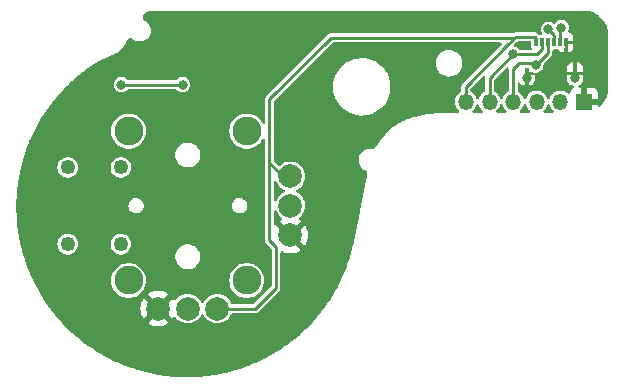
<source format=gbr>
%TF.GenerationSoftware,KiCad,Pcbnew,8.0.2*%
%TF.CreationDate,2024-08-23T13:57:59-07:00*%
%TF.ProjectId,UGC_SubStick,5547435f-5375-4625-9374-69636b2e6b69,rev?*%
%TF.SameCoordinates,Original*%
%TF.FileFunction,Copper,L2,Bot*%
%TF.FilePolarity,Positive*%
%FSLAX46Y46*%
G04 Gerber Fmt 4.6, Leading zero omitted, Abs format (unit mm)*
G04 Created by KiCad (PCBNEW 8.0.2) date 2024-08-23 13:57:59*
%MOMM*%
%LPD*%
G01*
G04 APERTURE LIST*
%TA.AperFunction,ComponentPad*%
%ADD10C,2.450000*%
%TD*%
%TA.AperFunction,ComponentPad*%
%ADD11C,1.250000*%
%TD*%
%TA.AperFunction,ComponentPad*%
%ADD12C,2.000000*%
%TD*%
%TA.AperFunction,ComponentPad*%
%ADD13R,1.350000X1.350000*%
%TD*%
%TA.AperFunction,ComponentPad*%
%ADD14O,1.350000X1.350000*%
%TD*%
%TA.AperFunction,SMDPad,CuDef*%
%ADD15R,0.300000X0.700000*%
%TD*%
%TA.AperFunction,SMDPad,CuDef*%
%ADD16R,0.300000X1.000000*%
%TD*%
%TA.AperFunction,ViaPad*%
%ADD17C,0.800000*%
%TD*%
%TA.AperFunction,Conductor*%
%ADD18C,0.250000*%
%TD*%
G04 APERTURE END LIST*
D10*
%TO.P,SW1,*%
%TO.N,*%
X242207200Y-143363518D03*
X242207200Y-156013518D03*
X252207200Y-143363518D03*
X252207200Y-156013518D03*
D11*
%TO.P,SW1,S1,1*%
%TO.N,RS_B_OUT*%
X241557200Y-146438518D03*
%TO.P,SW1,S2,2*%
X241557200Y-152938518D03*
%TO.P,SW1,S3,3*%
%TO.N,RS_B_IN*%
X237057200Y-146438518D03*
%TO.P,SW1,S4,4*%
X237057200Y-152938518D03*
D12*
%TO.P,SW1,X1,GND*%
%TO.N,GND*%
X244707200Y-158388518D03*
%TO.P,SW1,X2,X_OUT*%
%TO.N,Net-(SW1-X_OUT)*%
X247207200Y-158388518D03*
%TO.P,SW1,X3,VCC*%
%TO.N,+3V3*%
X249707200Y-158388518D03*
%TO.P,SW1,Y1,GND*%
%TO.N,GND*%
X255907200Y-152188518D03*
%TO.P,SW1,Y2,Y_OUT*%
%TO.N,Net-(SW1-Y_OUT)*%
X255907200Y-149688518D03*
%TO.P,SW1,Y3,VCC*%
%TO.N,+3V3*%
X255907200Y-147188518D03*
%TD*%
D13*
%TO.P,J1,1,Pin_1*%
%TO.N,GND*%
X280761001Y-140867407D03*
D14*
%TO.P,J1,2,Pin_2*%
%TO.N,RS_B_OUT*%
X278761001Y-140867407D03*
%TO.P,J1,3,Pin_3*%
%TO.N,RS_B_IN*%
X276761001Y-140867407D03*
%TO.P,J1,4,Pin_4*%
%TO.N,RY*%
X274761001Y-140867407D03*
%TO.P,J1,5,Pin_5*%
%TO.N,RX*%
X272761001Y-140867407D03*
%TO.P,J1,6,Pin_6*%
%TO.N,+3V3*%
X270761001Y-140867407D03*
%TD*%
D15*
%TO.P,J2,1,1*%
%TO.N,GND*%
X279213716Y-135850698D03*
%TO.P,J2,2,2*%
%TO.N,RS_B_OUT*%
X278713716Y-135850698D03*
%TO.P,J2,3,3*%
%TO.N,RS_B_IN*%
X278213716Y-135850698D03*
%TO.P,J2,4,4*%
%TO.N,RY*%
X277713716Y-135850698D03*
%TO.P,J2,5,5*%
%TO.N,RX*%
X277213716Y-135850698D03*
%TO.P,J2,6,6*%
%TO.N,+3V3*%
X276713716Y-135850698D03*
D16*
%TO.P,J2,MP1,MP1*%
%TO.N,GND*%
X280003716Y-138500698D03*
%TO.P,J2,MP2,MP2*%
X275923716Y-138500698D03*
%TD*%
D17*
%TO.N,GND*%
X280000000Y-138900000D03*
X245872000Y-147929600D03*
X245694200Y-149402800D03*
X275950000Y-138850000D03*
X247065800Y-148793200D03*
%TO.N,RS_B_IN*%
X241600000Y-139425000D03*
X277750000Y-134750000D03*
X246775000Y-139425000D03*
%TO.N,RS_B_OUT*%
X278850000Y-134600000D03*
%TO.N,RY*%
X276673291Y-137778604D03*
%TO.N,RX*%
X274775000Y-136875000D03*
%TD*%
D18*
%TO.N,GND*%
X275923716Y-138500698D02*
X275923716Y-138823716D01*
X280003716Y-138896284D02*
X280000000Y-138900000D01*
X280003716Y-138500698D02*
X280003716Y-138896284D01*
X244961482Y-158388518D02*
X244700000Y-158650000D01*
%TO.N,RS_B_IN*%
X277750000Y-134750000D02*
X278213716Y-135213716D01*
X246775000Y-139425000D02*
X241600000Y-139425000D01*
X278213716Y-135213716D02*
X278213716Y-135850698D01*
%TO.N,RS_B_OUT*%
X278713716Y-134736284D02*
X278713716Y-135850698D01*
X278850000Y-134600000D02*
X278713716Y-134736284D01*
%TO.N,RY*%
X276494687Y-137600000D02*
X275275000Y-137600000D01*
X276673291Y-137778604D02*
X276494687Y-137600000D01*
X274761001Y-138113999D02*
X274761001Y-140867407D01*
X277713716Y-136738179D02*
X277713716Y-135850698D01*
X276673291Y-137778604D02*
X277713716Y-136738179D01*
X275275000Y-137600000D02*
X274761001Y-138113999D01*
%TO.N,RX*%
X274775000Y-136875000D02*
X272761001Y-138888999D01*
X272761001Y-138888999D02*
X272761001Y-140867407D01*
X276775000Y-136875000D02*
X277213716Y-136436284D01*
X277213716Y-136436284D02*
X277213716Y-135850698D01*
X274775000Y-136875000D02*
X276775000Y-136875000D01*
%TO.N,+3V3*%
X254127000Y-140673000D02*
X254127000Y-146024600D01*
X276575000Y-135375000D02*
X276713716Y-135513716D01*
X274875000Y-135475000D02*
X259325000Y-135475000D01*
X270761001Y-140867407D02*
X270761001Y-139588999D01*
X276713716Y-135513716D02*
X276713716Y-135850698D01*
X270761001Y-139588999D02*
X274350000Y-136000000D01*
X255907200Y-147188518D02*
X255290918Y-147188518D01*
X274975000Y-135375000D02*
X274350000Y-136000000D01*
X254127000Y-152603200D02*
X254685800Y-153162000D01*
X254127000Y-146024600D02*
X254127000Y-152603200D01*
X254685800Y-156614200D02*
X252911482Y-158388518D01*
X255290918Y-147188518D02*
X254127000Y-146024600D01*
X274975000Y-135375000D02*
X274875000Y-135475000D01*
X254685800Y-153162000D02*
X254685800Y-156614200D01*
X275925000Y-135375000D02*
X274975000Y-135375000D01*
X252911482Y-158388518D02*
X249707200Y-158388518D01*
X275925000Y-135375000D02*
X276575000Y-135375000D01*
X259325000Y-135475000D02*
X254127000Y-140673000D01*
%TD*%
%TA.AperFunction,Conductor*%
%TO.N,GND*%
G36*
X280796478Y-133176129D02*
G01*
X280930458Y-133178386D01*
X280946012Y-133179629D01*
X281212336Y-133217923D01*
X281229620Y-133221683D01*
X281486768Y-133297189D01*
X281503341Y-133303371D01*
X281747130Y-133414707D01*
X281762650Y-133423182D01*
X281800415Y-133447452D01*
X281988110Y-133568078D01*
X282002273Y-133578680D01*
X282204816Y-133754186D01*
X282217326Y-133766697D01*
X282392830Y-133969242D01*
X282403431Y-133983403D01*
X282419619Y-134008591D01*
X282548324Y-134208863D01*
X282556802Y-134224391D01*
X282668136Y-134468180D01*
X282674319Y-134484757D01*
X282749820Y-134741897D01*
X282753581Y-134759185D01*
X282791871Y-135025511D01*
X282793115Y-135041050D01*
X282795392Y-135175050D01*
X282795410Y-135177157D01*
X282795410Y-139797100D01*
X282795391Y-139799299D01*
X282793014Y-139933326D01*
X282791771Y-139948775D01*
X282753474Y-140215122D01*
X282749713Y-140232410D01*
X282674210Y-140489537D01*
X282668027Y-140506114D01*
X282556698Y-140749884D01*
X282548219Y-140765411D01*
X282403337Y-140990849D01*
X282392735Y-141005012D01*
X282217238Y-141207545D01*
X282204729Y-141220053D01*
X282141202Y-141275099D01*
X282077648Y-141304124D01*
X282008490Y-141294180D01*
X281955686Y-141248426D01*
X281936001Y-141181386D01*
X281936001Y-141117407D01*
X281076687Y-141117407D01*
X281081081Y-141113013D01*
X281133742Y-141021801D01*
X281161001Y-140920068D01*
X281161001Y-140814746D01*
X281133742Y-140713013D01*
X281081081Y-140621801D01*
X281076687Y-140617407D01*
X281936001Y-140617407D01*
X281936001Y-140144579D01*
X281936000Y-140144562D01*
X281929599Y-140085034D01*
X281929597Y-140085027D01*
X281879355Y-139950320D01*
X281879351Y-139950313D01*
X281793191Y-139835219D01*
X281793188Y-139835216D01*
X281678094Y-139749056D01*
X281678087Y-139749052D01*
X281543380Y-139698810D01*
X281543373Y-139698808D01*
X281483845Y-139692407D01*
X281011001Y-139692407D01*
X281011001Y-140551721D01*
X281006607Y-140547327D01*
X280915395Y-140494666D01*
X280813662Y-140467407D01*
X280708340Y-140467407D01*
X280606607Y-140494666D01*
X280515395Y-140547327D01*
X280511001Y-140551721D01*
X280511001Y-139692407D01*
X280417224Y-139692407D01*
X280350185Y-139672722D01*
X280304430Y-139619918D01*
X280294486Y-139550760D01*
X280323511Y-139487204D01*
X280373890Y-139452225D01*
X280395804Y-139444051D01*
X280395809Y-139444048D01*
X280510903Y-139357888D01*
X280510906Y-139357885D01*
X280597066Y-139242791D01*
X280597070Y-139242784D01*
X280647312Y-139108077D01*
X280647314Y-139108070D01*
X280653715Y-139048542D01*
X280653716Y-139048525D01*
X280653716Y-138650698D01*
X279353716Y-138650698D01*
X279353716Y-139048542D01*
X279360117Y-139108070D01*
X279360119Y-139108077D01*
X279410361Y-139242784D01*
X279410365Y-139242791D01*
X279496525Y-139357885D01*
X279496528Y-139357888D01*
X279611622Y-139444048D01*
X279611629Y-139444052D01*
X279746336Y-139494294D01*
X279746343Y-139494296D01*
X279805871Y-139500697D01*
X279805888Y-139500698D01*
X279822493Y-139500698D01*
X279889532Y-139520383D01*
X279935287Y-139573187D01*
X279945231Y-139642345D01*
X279916206Y-139705901D01*
X279865827Y-139740880D01*
X279843912Y-139749053D01*
X279843907Y-139749056D01*
X279728813Y-139835216D01*
X279728810Y-139835219D01*
X279642650Y-139950313D01*
X279642646Y-139950320D01*
X279592404Y-140085027D01*
X279592403Y-140085032D01*
X279591018Y-140097908D01*
X279564276Y-140162458D01*
X279506881Y-140202303D01*
X279437056Y-140204792D01*
X279389272Y-140179213D01*
X279388950Y-140179658D01*
X279385723Y-140177313D01*
X279384758Y-140176797D01*
X279383695Y-140175840D01*
X279383694Y-140175839D01*
X279383693Y-140175838D01*
X279276432Y-140097908D01*
X279226298Y-140061483D01*
X279089849Y-140000733D01*
X279048572Y-139982356D01*
X279048570Y-139982355D01*
X278858275Y-139941907D01*
X278663727Y-139941907D01*
X278473432Y-139982355D01*
X278295703Y-140061483D01*
X278138306Y-140175840D01*
X278138303Y-140175842D01*
X278008130Y-140320416D01*
X277910858Y-140488895D01*
X277910857Y-140488896D01*
X277878932Y-140587155D01*
X277839495Y-140644830D01*
X277775136Y-140672029D01*
X277706290Y-140660115D01*
X277654814Y-140612871D01*
X277643070Y-140587155D01*
X277611144Y-140488896D01*
X277611143Y-140488895D01*
X277577203Y-140430110D01*
X277513871Y-140320415D01*
X277462883Y-140263788D01*
X277383698Y-140175842D01*
X277383695Y-140175840D01*
X277383694Y-140175839D01*
X277383693Y-140175838D01*
X277276432Y-140097908D01*
X277226298Y-140061483D01*
X277089849Y-140000733D01*
X277048572Y-139982356D01*
X277048570Y-139982355D01*
X276858275Y-139941907D01*
X276663727Y-139941907D01*
X276473432Y-139982355D01*
X276295703Y-140061483D01*
X276138306Y-140175840D01*
X276138303Y-140175842D01*
X276008130Y-140320416D01*
X275910858Y-140488895D01*
X275910857Y-140488896D01*
X275878932Y-140587155D01*
X275839495Y-140644830D01*
X275775136Y-140672029D01*
X275706290Y-140660115D01*
X275654814Y-140612871D01*
X275643070Y-140587155D01*
X275611144Y-140488896D01*
X275611143Y-140488895D01*
X275577203Y-140430110D01*
X275513871Y-140320415D01*
X275462883Y-140263788D01*
X275383698Y-140175842D01*
X275383695Y-140175840D01*
X275383694Y-140175839D01*
X275383693Y-140175838D01*
X275226300Y-140061485D01*
X275226296Y-140061483D01*
X275210062Y-140054255D01*
X275156826Y-140009003D01*
X275136507Y-139942154D01*
X275136501Y-139940977D01*
X275136501Y-139356377D01*
X275156186Y-139289338D01*
X275208990Y-139243583D01*
X275278148Y-139233639D01*
X275341704Y-139262664D01*
X275359768Y-139282066D01*
X275416529Y-139357888D01*
X275531622Y-139444048D01*
X275531629Y-139444052D01*
X275666336Y-139494294D01*
X275666343Y-139494296D01*
X275725871Y-139500697D01*
X275725888Y-139500698D01*
X275773716Y-139500698D01*
X275773716Y-138650698D01*
X276073716Y-138650698D01*
X276073716Y-139500698D01*
X276121544Y-139500698D01*
X276121560Y-139500697D01*
X276181088Y-139494296D01*
X276181095Y-139494294D01*
X276315802Y-139444052D01*
X276315809Y-139444048D01*
X276430903Y-139357888D01*
X276430906Y-139357885D01*
X276517066Y-139242791D01*
X276517070Y-139242784D01*
X276567312Y-139108077D01*
X276567314Y-139108070D01*
X276573715Y-139048542D01*
X276573716Y-139048525D01*
X276573716Y-138650698D01*
X276563803Y-138640785D01*
X276551446Y-138618155D01*
X276543671Y-138627968D01*
X276477561Y-138650578D01*
X276472114Y-138650698D01*
X276073716Y-138650698D01*
X275773716Y-138650698D01*
X275773716Y-138474698D01*
X275793401Y-138407659D01*
X275846205Y-138361904D01*
X275897716Y-138350698D01*
X276333003Y-138350698D01*
X276390629Y-138364902D01*
X276440926Y-138391300D01*
X276501789Y-138406301D01*
X276562169Y-138441457D01*
X276572015Y-138460728D01*
X276577174Y-138453837D01*
X276642638Y-138429420D01*
X276651484Y-138429104D01*
X276752276Y-138429104D01*
X276905656Y-138391300D01*
X276905658Y-138391299D01*
X277045531Y-138317887D01*
X277163774Y-138213134D01*
X277253511Y-138083127D01*
X277302917Y-137952853D01*
X279353716Y-137952853D01*
X279353716Y-138350698D01*
X279853716Y-138350698D01*
X280153716Y-138350698D01*
X280653716Y-138350698D01*
X280653716Y-137952870D01*
X280653715Y-137952853D01*
X280647314Y-137893325D01*
X280647312Y-137893318D01*
X280597070Y-137758611D01*
X280597066Y-137758604D01*
X280510906Y-137643510D01*
X280510903Y-137643507D01*
X280395809Y-137557347D01*
X280395802Y-137557343D01*
X280261095Y-137507101D01*
X280261088Y-137507099D01*
X280201560Y-137500698D01*
X280153716Y-137500698D01*
X280153716Y-138350698D01*
X279853716Y-138350698D01*
X279853716Y-137500698D01*
X279805871Y-137500698D01*
X279746343Y-137507099D01*
X279746336Y-137507101D01*
X279611629Y-137557343D01*
X279611622Y-137557347D01*
X279496528Y-137643507D01*
X279496525Y-137643510D01*
X279410365Y-137758604D01*
X279410361Y-137758611D01*
X279360119Y-137893318D01*
X279360117Y-137893325D01*
X279353716Y-137952853D01*
X277302917Y-137952853D01*
X277309528Y-137935422D01*
X277328569Y-137778604D01*
X277322393Y-137727748D01*
X277333852Y-137658828D01*
X277357805Y-137625125D01*
X278014190Y-136968742D01*
X278039771Y-136924435D01*
X278063626Y-136883117D01*
X278089216Y-136787614D01*
X278089216Y-136575198D01*
X278108901Y-136508159D01*
X278161705Y-136462404D01*
X278213216Y-136451198D01*
X278388390Y-136451198D01*
X278439527Y-136441026D01*
X278487905Y-136441026D01*
X278539042Y-136451198D01*
X278564590Y-136451198D01*
X278631629Y-136470883D01*
X278663857Y-136500887D01*
X278706525Y-136557884D01*
X278706530Y-136557889D01*
X278821622Y-136644048D01*
X278821629Y-136644052D01*
X278956336Y-136694294D01*
X278956343Y-136694296D01*
X279015871Y-136700697D01*
X279015888Y-136700698D01*
X279063716Y-136700698D01*
X279363716Y-136700698D01*
X279411544Y-136700698D01*
X279411560Y-136700697D01*
X279471088Y-136694296D01*
X279471095Y-136694294D01*
X279605802Y-136644052D01*
X279605809Y-136644048D01*
X279720903Y-136557888D01*
X279720906Y-136557885D01*
X279807066Y-136442791D01*
X279807070Y-136442784D01*
X279857312Y-136308077D01*
X279857314Y-136308070D01*
X279863715Y-136248542D01*
X279863716Y-136248525D01*
X279863716Y-136000698D01*
X279363716Y-136000698D01*
X279363716Y-136700698D01*
X279063716Y-136700698D01*
X279063716Y-136389879D01*
X279083401Y-136322840D01*
X279084572Y-136321050D01*
X279099682Y-136298438D01*
X279114216Y-136225372D01*
X279114216Y-135824698D01*
X279133901Y-135757659D01*
X279186705Y-135711904D01*
X279238216Y-135700698D01*
X279863716Y-135700698D01*
X279863716Y-135452870D01*
X279863715Y-135452853D01*
X279857314Y-135393325D01*
X279857312Y-135393318D01*
X279807070Y-135258611D01*
X279807066Y-135258604D01*
X279720906Y-135143510D01*
X279720903Y-135143507D01*
X279605809Y-135057347D01*
X279605804Y-135057344D01*
X279518024Y-135024604D01*
X279462091Y-134982732D01*
X279437674Y-134917268D01*
X279445414Y-134864457D01*
X279486237Y-134756818D01*
X279505278Y-134600000D01*
X279486516Y-134445475D01*
X279486237Y-134443181D01*
X279445502Y-134335773D01*
X279430220Y-134295477D01*
X279340483Y-134165470D01*
X279222240Y-134060717D01*
X279222238Y-134060716D01*
X279222237Y-134060715D01*
X279082365Y-133987303D01*
X278928986Y-133949500D01*
X278928985Y-133949500D01*
X278771015Y-133949500D01*
X278771014Y-133949500D01*
X278617634Y-133987303D01*
X278477762Y-134060715D01*
X278359516Y-134165471D01*
X278329609Y-134208799D01*
X278275326Y-134252789D01*
X278205877Y-134260449D01*
X278145333Y-134231175D01*
X278122240Y-134210717D01*
X278122238Y-134210716D01*
X278122237Y-134210715D01*
X277982365Y-134137303D01*
X277828986Y-134099500D01*
X277828985Y-134099500D01*
X277671015Y-134099500D01*
X277671014Y-134099500D01*
X277517634Y-134137303D01*
X277377762Y-134210715D01*
X277259516Y-134315471D01*
X277169781Y-134445475D01*
X277169780Y-134445476D01*
X277113762Y-134593181D01*
X277094722Y-134749999D01*
X277094722Y-134750000D01*
X277113762Y-134906818D01*
X277169780Y-135054523D01*
X277169782Y-135054526D01*
X277170634Y-135055761D01*
X277170979Y-135056807D01*
X277173267Y-135061167D01*
X277172542Y-135061547D01*
X277192515Y-135122117D01*
X277175047Y-135189768D01*
X277123778Y-135237236D01*
X277068582Y-135250198D01*
X277032951Y-135250198D01*
X277032951Y-135247446D01*
X276975861Y-135236472D01*
X276944947Y-135213910D01*
X276805563Y-135074526D01*
X276805562Y-135074525D01*
X276719938Y-135025090D01*
X276672186Y-135012295D01*
X276672184Y-135012294D01*
X276672182Y-135012293D01*
X276624436Y-134999500D01*
X276624435Y-134999500D01*
X275974435Y-134999500D01*
X275024436Y-134999500D01*
X274925564Y-134999500D01*
X274877812Y-135012295D01*
X274877811Y-135012294D01*
X274830063Y-135025089D01*
X274830062Y-135025089D01*
X274802418Y-135041050D01*
X274744438Y-135074525D01*
X274744437Y-135074526D01*
X274744435Y-135074527D01*
X274737401Y-135078589D01*
X274736615Y-135077229D01*
X274680107Y-135099071D01*
X274669798Y-135099500D01*
X259275563Y-135099500D01*
X259229719Y-135111784D01*
X259229718Y-135111783D01*
X259180066Y-135125088D01*
X259180059Y-135125091D01*
X259094436Y-135174526D01*
X253826526Y-140442436D01*
X253777091Y-140528059D01*
X253777091Y-140528060D01*
X253777090Y-140528062D01*
X253751500Y-140623565D01*
X253751500Y-140623567D01*
X253751500Y-142619602D01*
X253731815Y-142686641D01*
X253679011Y-142732396D01*
X253609853Y-142742340D01*
X253546297Y-142713315D01*
X253513945Y-142669414D01*
X253509311Y-142658852D01*
X253509311Y-142658851D01*
X253375568Y-142454141D01*
X253375567Y-142454139D01*
X253209957Y-142274240D01*
X253209947Y-142274231D01*
X253016991Y-142124047D01*
X253016987Y-142124044D01*
X252801934Y-142007663D01*
X252801929Y-142007661D01*
X252570658Y-141928266D01*
X252342221Y-141890147D01*
X252329463Y-141888018D01*
X252084937Y-141888018D01*
X252072179Y-141890147D01*
X251843741Y-141928266D01*
X251612470Y-142007661D01*
X251612465Y-142007663D01*
X251397412Y-142124044D01*
X251397408Y-142124047D01*
X251204452Y-142274231D01*
X251204442Y-142274240D01*
X251038832Y-142454139D01*
X250905088Y-142658851D01*
X250806863Y-142882783D01*
X250746836Y-143119822D01*
X250746834Y-143119834D01*
X250726643Y-143363512D01*
X250726643Y-143363523D01*
X250746834Y-143607201D01*
X250746836Y-143607213D01*
X250806863Y-143844252D01*
X250905088Y-144068184D01*
X251038832Y-144272896D01*
X251204442Y-144452795D01*
X251204452Y-144452804D01*
X251397408Y-144602988D01*
X251397412Y-144602991D01*
X251611524Y-144718863D01*
X251612467Y-144719373D01*
X251612470Y-144719374D01*
X251843741Y-144798769D01*
X251843743Y-144798769D01*
X251843745Y-144798770D01*
X252084937Y-144839018D01*
X252084938Y-144839018D01*
X252329462Y-144839018D01*
X252329463Y-144839018D01*
X252570655Y-144798770D01*
X252801933Y-144719373D01*
X253016988Y-144602991D01*
X253209954Y-144452799D01*
X253375568Y-144272895D01*
X253509311Y-144068185D01*
X253509312Y-144068183D01*
X253513944Y-144057624D01*
X253558899Y-144004138D01*
X253625635Y-143983447D01*
X253692963Y-144002121D01*
X253739507Y-144054231D01*
X253751500Y-144107433D01*
X253751500Y-145975164D01*
X253751500Y-145975165D01*
X253751500Y-152652635D01*
X253777090Y-152748138D01*
X253814013Y-152812090D01*
X253826526Y-152833763D01*
X253826528Y-152833765D01*
X254273981Y-153281218D01*
X254307466Y-153342541D01*
X254310300Y-153368899D01*
X254310300Y-156407301D01*
X254290615Y-156474340D01*
X254273981Y-156494982D01*
X252792264Y-157976699D01*
X252730941Y-158010184D01*
X252704583Y-158013018D01*
X250990873Y-158013018D01*
X250923834Y-157993333D01*
X250878491Y-157941423D01*
X250869271Y-157921650D01*
X250794302Y-157760880D01*
X250794300Y-157760877D01*
X250794299Y-157760875D01*
X250668799Y-157581642D01*
X250600525Y-157513368D01*
X250514077Y-157426920D01*
X250334839Y-157301416D01*
X250334840Y-157301416D01*
X250334838Y-157301415D01*
X250205967Y-157241322D01*
X250136530Y-157208943D01*
X250136526Y-157208942D01*
X250136522Y-157208940D01*
X249925177Y-157152311D01*
X249707202Y-157133241D01*
X249707198Y-157133241D01*
X249561882Y-157145954D01*
X249489223Y-157152311D01*
X249489220Y-157152311D01*
X249277877Y-157208940D01*
X249277870Y-157208942D01*
X249277870Y-157208943D01*
X249262367Y-157216172D01*
X249079561Y-157301416D01*
X249079557Y-157301418D01*
X248900321Y-157426920D01*
X248745602Y-157581639D01*
X248620100Y-157760875D01*
X248620098Y-157760880D01*
X248569582Y-157869211D01*
X248523409Y-157921650D01*
X248456216Y-157940802D01*
X248389335Y-157920586D01*
X248344818Y-157869211D01*
X248329190Y-157835698D01*
X248294302Y-157760880D01*
X248294299Y-157760876D01*
X248294299Y-157760875D01*
X248168799Y-157581642D01*
X248100525Y-157513368D01*
X248014077Y-157426920D01*
X247834839Y-157301416D01*
X247834840Y-157301416D01*
X247834838Y-157301415D01*
X247705967Y-157241322D01*
X247636530Y-157208943D01*
X247636526Y-157208942D01*
X247636522Y-157208940D01*
X247425177Y-157152311D01*
X247207202Y-157133241D01*
X247207198Y-157133241D01*
X247061882Y-157145954D01*
X246989223Y-157152311D01*
X246989220Y-157152311D01*
X246777877Y-157208940D01*
X246777870Y-157208942D01*
X246777870Y-157208943D01*
X246762367Y-157216172D01*
X246579561Y-157301416D01*
X246579557Y-157301418D01*
X246400321Y-157426920D01*
X246245603Y-157581638D01*
X246209090Y-157633784D01*
X246154513Y-157677408D01*
X246085014Y-157684600D01*
X246022660Y-157653077D01*
X246003708Y-157630481D01*
X245930634Y-157518634D01*
X245190162Y-158259107D01*
X245173125Y-158195525D01*
X245107299Y-158081511D01*
X245014207Y-157988419D01*
X244900193Y-157922593D01*
X244836610Y-157905555D01*
X245577257Y-157164908D01*
X245577256Y-157164907D01*
X245530429Y-157128461D01*
X245311814Y-157010153D01*
X245311803Y-157010148D01*
X245076693Y-156929434D01*
X244831493Y-156888518D01*
X244582907Y-156888518D01*
X244337706Y-156929434D01*
X244102596Y-157010148D01*
X244102590Y-157010150D01*
X243883961Y-157128467D01*
X243837142Y-157164906D01*
X243837142Y-157164908D01*
X244577790Y-157905555D01*
X244514207Y-157922593D01*
X244400193Y-157988419D01*
X244307101Y-158081511D01*
X244241275Y-158195525D01*
X244224237Y-158259107D01*
X243483764Y-157518634D01*
X243383467Y-157672150D01*
X243283612Y-157899800D01*
X243222587Y-158140779D01*
X243222585Y-158140788D01*
X243202059Y-158388512D01*
X243202059Y-158388523D01*
X243222585Y-158636247D01*
X243222587Y-158636256D01*
X243283612Y-158877235D01*
X243383466Y-159104882D01*
X243483764Y-159258400D01*
X244224237Y-158517927D01*
X244241275Y-158581511D01*
X244307101Y-158695525D01*
X244400193Y-158788617D01*
X244514207Y-158854443D01*
X244577790Y-158871480D01*
X243837142Y-159612127D01*
X243883968Y-159648573D01*
X243883970Y-159648574D01*
X244102585Y-159766882D01*
X244102596Y-159766887D01*
X244337706Y-159847601D01*
X244582907Y-159888518D01*
X244831493Y-159888518D01*
X245076693Y-159847601D01*
X245311803Y-159766887D01*
X245311814Y-159766882D01*
X245530428Y-159648575D01*
X245530431Y-159648573D01*
X245577256Y-159612127D01*
X244836609Y-158871480D01*
X244900193Y-158854443D01*
X245014207Y-158788617D01*
X245107299Y-158695525D01*
X245173125Y-158581511D01*
X245190162Y-158517928D01*
X245930634Y-159258400D01*
X246003709Y-159146553D01*
X246056855Y-159101196D01*
X246126087Y-159091773D01*
X246189422Y-159121275D01*
X246209087Y-159143246D01*
X246245602Y-159195395D01*
X246400323Y-159350116D01*
X246579561Y-159475620D01*
X246777870Y-159568093D01*
X246989223Y-159624725D01*
X247172126Y-159640726D01*
X247207198Y-159643795D01*
X247207200Y-159643795D01*
X247207202Y-159643795D01*
X247235454Y-159641323D01*
X247425177Y-159624725D01*
X247636530Y-159568093D01*
X247834839Y-159475620D01*
X248014077Y-159350116D01*
X248168798Y-159195395D01*
X248294302Y-159016157D01*
X248344818Y-158907824D01*
X248390990Y-158855385D01*
X248458184Y-158836233D01*
X248525065Y-158856449D01*
X248569581Y-158907824D01*
X248620098Y-159016157D01*
X248745602Y-159195395D01*
X248900323Y-159350116D01*
X249079561Y-159475620D01*
X249277870Y-159568093D01*
X249489223Y-159624725D01*
X249672126Y-159640726D01*
X249707198Y-159643795D01*
X249707200Y-159643795D01*
X249707202Y-159643795D01*
X249735454Y-159641323D01*
X249925177Y-159624725D01*
X250136530Y-159568093D01*
X250334839Y-159475620D01*
X250514077Y-159350116D01*
X250668798Y-159195395D01*
X250794302Y-159016157D01*
X250878491Y-158835612D01*
X250924663Y-158783174D01*
X250990873Y-158764018D01*
X252960917Y-158764018D01*
X252960918Y-158764018D01*
X253008668Y-158751223D01*
X253056420Y-158738428D01*
X253142044Y-158688993D01*
X253211957Y-158619080D01*
X254986275Y-156844762D01*
X255035711Y-156759137D01*
X255061300Y-156663636D01*
X255061300Y-156564764D01*
X255061300Y-153644404D01*
X255080985Y-153577365D01*
X255133789Y-153531610D01*
X255202947Y-153521666D01*
X255244318Y-153535350D01*
X255302581Y-153566880D01*
X255302596Y-153566887D01*
X255537706Y-153647601D01*
X255782907Y-153688518D01*
X256031493Y-153688518D01*
X256276693Y-153647601D01*
X256511803Y-153566887D01*
X256511814Y-153566882D01*
X256730428Y-153448575D01*
X256730431Y-153448573D01*
X256777256Y-153412127D01*
X256036609Y-152671480D01*
X256100193Y-152654443D01*
X256214207Y-152588617D01*
X256307299Y-152495525D01*
X256373125Y-152381511D01*
X256390162Y-152317928D01*
X257130634Y-153058400D01*
X257230931Y-152904887D01*
X257330787Y-152677235D01*
X257391812Y-152436256D01*
X257391814Y-152436247D01*
X257412341Y-152188523D01*
X257412341Y-152188512D01*
X257391814Y-151940788D01*
X257391812Y-151940779D01*
X257330787Y-151699800D01*
X257230931Y-151472148D01*
X257130634Y-151318634D01*
X256390162Y-152059107D01*
X256373125Y-151995525D01*
X256307299Y-151881511D01*
X256214207Y-151788419D01*
X256100193Y-151722593D01*
X256036610Y-151705555D01*
X256777257Y-150964908D01*
X256777256Y-150964907D01*
X256730429Y-150928461D01*
X256730425Y-150928458D01*
X256673484Y-150897643D01*
X256623894Y-150848424D01*
X256608786Y-150780207D01*
X256632957Y-150714651D01*
X256661373Y-150687019D01*
X256714077Y-150650116D01*
X256868798Y-150495395D01*
X256994302Y-150316157D01*
X257086775Y-150117848D01*
X257143407Y-149906495D01*
X257162477Y-149688518D01*
X257143407Y-149470541D01*
X257099034Y-149304939D01*
X257086777Y-149259195D01*
X257086776Y-149259194D01*
X257086775Y-149259188D01*
X256994302Y-149060880D01*
X256994300Y-149060877D01*
X256994299Y-149060875D01*
X256868799Y-148881642D01*
X256808874Y-148821717D01*
X256714077Y-148726920D01*
X256534839Y-148601416D01*
X256426506Y-148550899D01*
X256374067Y-148504728D01*
X256354915Y-148437534D01*
X256375131Y-148370653D01*
X256426507Y-148326136D01*
X256534839Y-148275620D01*
X256714077Y-148150116D01*
X256868798Y-147995395D01*
X256994302Y-147816157D01*
X257086775Y-147617848D01*
X257143407Y-147406495D01*
X257162477Y-147188518D01*
X257143407Y-146970541D01*
X257086775Y-146759188D01*
X256994302Y-146560880D01*
X256994300Y-146560877D01*
X256994299Y-146560875D01*
X256868799Y-146381642D01*
X256806616Y-146319459D01*
X256714077Y-146226920D01*
X256534839Y-146101416D01*
X256534840Y-146101416D01*
X256534838Y-146101415D01*
X256435518Y-146055102D01*
X256336530Y-146008943D01*
X256336526Y-146008942D01*
X256336522Y-146008940D01*
X256125177Y-145952311D01*
X255907202Y-145933241D01*
X255907198Y-145933241D01*
X255761882Y-145945954D01*
X255689223Y-145952311D01*
X255689220Y-145952311D01*
X255477877Y-146008940D01*
X255477868Y-146008944D01*
X255279561Y-146101416D01*
X255279557Y-146101418D01*
X255100323Y-146226919D01*
X255068018Y-146259223D01*
X255006694Y-146292706D01*
X254937002Y-146287720D01*
X254892658Y-146259220D01*
X254538819Y-145905381D01*
X254505334Y-145844058D01*
X254502500Y-145817700D01*
X254502500Y-140879899D01*
X254522185Y-140812860D01*
X254538819Y-140792218D01*
X255711304Y-139619733D01*
X259505225Y-139619733D01*
X259513527Y-139749056D01*
X259525195Y-139930792D01*
X259525195Y-139930797D01*
X259584779Y-140236745D01*
X259584781Y-140236752D01*
X259682999Y-140532570D01*
X259818238Y-140813397D01*
X259818243Y-140813406D01*
X259988281Y-141074631D01*
X259988288Y-141074641D01*
X260190334Y-141311976D01*
X260190344Y-141311986D01*
X260421078Y-141521533D01*
X260421084Y-141521537D01*
X260421086Y-141521539D01*
X260676735Y-141699869D01*
X260953090Y-141844043D01*
X261245612Y-141951694D01*
X261549499Y-142021054D01*
X261859760Y-142050985D01*
X262171302Y-142040994D01*
X262479009Y-141991247D01*
X262777827Y-141902559D01*
X263062851Y-141776387D01*
X263329401Y-141614803D01*
X263573099Y-141420460D01*
X263789944Y-141196550D01*
X263976377Y-140946747D01*
X264129334Y-140675156D01*
X264246306Y-140386234D01*
X264325370Y-140084727D01*
X264365230Y-139775584D01*
X264367726Y-139619733D01*
X264365230Y-139463882D01*
X264325370Y-139154739D01*
X264246306Y-138853232D01*
X264129334Y-138564310D01*
X263976377Y-138292719D01*
X263930304Y-138230986D01*
X263789945Y-138042917D01*
X263789946Y-138042917D01*
X263573097Y-137819004D01*
X263353034Y-137643510D01*
X263329401Y-137624663D01*
X263323982Y-137621378D01*
X268211711Y-137621378D01*
X268232087Y-137834769D01*
X268232088Y-137834773D01*
X268290417Y-138033425D01*
X268292480Y-138040449D01*
X268356605Y-138164834D01*
X268390708Y-138230986D01*
X268523214Y-138399479D01*
X268523215Y-138399480D01*
X268523217Y-138399482D01*
X268647064Y-138506797D01*
X268685223Y-138539862D01*
X268860028Y-138640785D01*
X268870864Y-138647041D01*
X269073437Y-138717152D01*
X269285618Y-138747659D01*
X269499737Y-138737460D01*
X269708057Y-138686922D01*
X269809082Y-138640785D01*
X269903038Y-138597877D01*
X269903041Y-138597875D01*
X269903048Y-138597872D01*
X270077663Y-138473530D01*
X270225590Y-138318388D01*
X270341483Y-138138055D01*
X270421153Y-137939048D01*
X270461722Y-137728559D01*
X270464269Y-137621378D01*
X270461722Y-137514197D01*
X270421153Y-137303708D01*
X270341483Y-137104701D01*
X270225590Y-136924368D01*
X270077663Y-136769226D01*
X270077662Y-136769225D01*
X269903050Y-136644885D01*
X269903038Y-136644878D01*
X269708063Y-136555836D01*
X269708059Y-136555834D01*
X269600616Y-136529769D01*
X269499737Y-136505296D01*
X269499734Y-136505295D01*
X269499736Y-136505295D01*
X269285621Y-136495097D01*
X269285620Y-136495097D01*
X269285618Y-136495097D01*
X269073437Y-136525604D01*
X269073436Y-136525604D01*
X269073431Y-136525605D01*
X268870862Y-136595715D01*
X268685223Y-136702893D01*
X268523218Y-136843273D01*
X268523214Y-136843276D01*
X268390708Y-137011769D01*
X268292479Y-137202309D01*
X268232088Y-137407982D01*
X268232087Y-137407986D01*
X268211711Y-137621378D01*
X263323982Y-137621378D01*
X263062851Y-137463079D01*
X263062845Y-137463076D01*
X263062843Y-137463075D01*
X262777834Y-137336909D01*
X262479006Y-137248218D01*
X262282966Y-137216524D01*
X262171302Y-137198472D01*
X262171299Y-137198471D01*
X262171294Y-137198471D01*
X261859762Y-137188480D01*
X261549497Y-137218412D01*
X261245612Y-137287772D01*
X261245607Y-137287773D01*
X260953096Y-137395420D01*
X260953083Y-137395426D01*
X260676737Y-137539595D01*
X260421078Y-137717932D01*
X260190344Y-137927479D01*
X260190334Y-137927489D01*
X259988288Y-138164824D01*
X259988281Y-138164834D01*
X259818243Y-138426059D01*
X259818238Y-138426068D01*
X259682999Y-138706895D01*
X259584781Y-139002713D01*
X259584779Y-139002720D01*
X259525195Y-139308668D01*
X259525195Y-139308672D01*
X259505225Y-139619733D01*
X255711304Y-139619733D01*
X259444218Y-135886819D01*
X259505541Y-135853334D01*
X259531899Y-135850500D01*
X273669101Y-135850500D01*
X273736140Y-135870185D01*
X273781895Y-135922989D01*
X273791839Y-135992147D01*
X273762814Y-136055703D01*
X273756782Y-136062181D01*
X270460527Y-139358435D01*
X270411092Y-139444058D01*
X270411092Y-139444059D01*
X270411091Y-139444061D01*
X270385501Y-139539564D01*
X270385501Y-139539566D01*
X270385501Y-139940977D01*
X270365816Y-140008016D01*
X270313012Y-140053771D01*
X270311940Y-140054255D01*
X270295701Y-140061485D01*
X270138306Y-140175840D01*
X270138303Y-140175842D01*
X270008130Y-140320416D01*
X269910858Y-140488895D01*
X269910857Y-140488896D01*
X269850739Y-140673923D01*
X269830403Y-140867407D01*
X269850739Y-141060890D01*
X269910857Y-141245917D01*
X269910858Y-141245918D01*
X269948997Y-141311976D01*
X270008131Y-141414399D01*
X270047752Y-141458402D01*
X270138303Y-141558971D01*
X270138306Y-141558973D01*
X270138309Y-141558976D01*
X270158863Y-141573909D01*
X270201528Y-141629239D01*
X270207507Y-141698853D01*
X270174901Y-141760648D01*
X270114062Y-141795005D01*
X270085977Y-141798227D01*
X269339269Y-141798227D01*
X269327122Y-141798312D01*
X269189641Y-141799285D01*
X269062825Y-141801723D01*
X268916356Y-141806163D01*
X268751825Y-141813143D01*
X268571128Y-141823186D01*
X268375955Y-141836825D01*
X268273423Y-141845161D01*
X268167947Y-141854592D01*
X268059632Y-141865195D01*
X267948884Y-141877017D01*
X267835688Y-141890147D01*
X267720346Y-141904644D01*
X267603184Y-141920561D01*
X267484344Y-141937970D01*
X267363849Y-141956969D01*
X267242271Y-141977569D01*
X267119570Y-141999875D01*
X266996083Y-142023935D01*
X266871822Y-142049853D01*
X266747331Y-142077629D01*
X266622552Y-142107388D01*
X266497818Y-142139169D01*
X266373299Y-142173050D01*
X266249305Y-142209070D01*
X266125862Y-142247352D01*
X265870583Y-142334946D01*
X265746398Y-142382050D01*
X265624634Y-142431357D01*
X265505051Y-142482995D01*
X265387831Y-142536917D01*
X265272781Y-142593242D01*
X265159945Y-142651979D01*
X265049321Y-142713159D01*
X264940837Y-142776847D01*
X264834508Y-142843063D01*
X264730234Y-142911895D01*
X264628102Y-142983311D01*
X264527994Y-143057417D01*
X264429885Y-143134257D01*
X264333810Y-143213823D01*
X264140717Y-143387680D01*
X264050326Y-143476075D01*
X263963771Y-143565358D01*
X263881045Y-143655258D01*
X263801909Y-143745750D01*
X263726298Y-143836622D01*
X263654026Y-143927799D01*
X263585004Y-144019085D01*
X263519032Y-144110432D01*
X263456070Y-144201572D01*
X263395873Y-144292528D01*
X263338372Y-144383068D01*
X263283451Y-144473023D01*
X263230922Y-144562343D01*
X263186417Y-144640736D01*
X263173118Y-144659760D01*
X263071279Y-144779736D01*
X263033737Y-144809618D01*
X262905444Y-144876012D01*
X262859134Y-144889424D01*
X262699578Y-144903219D01*
X262678418Y-144903236D01*
X262594776Y-144896141D01*
X262594768Y-144896142D01*
X262406562Y-144914195D01*
X262226026Y-144970364D01*
X262226021Y-144970366D01*
X262060789Y-145062275D01*
X261917851Y-145186037D01*
X261803249Y-145336418D01*
X261803248Y-145336419D01*
X261721831Y-145507054D01*
X261721828Y-145507064D01*
X261677034Y-145690745D01*
X261677033Y-145690748D01*
X261677033Y-145690752D01*
X261670756Y-145879721D01*
X261677974Y-145921079D01*
X261703263Y-146065981D01*
X261703263Y-146065982D01*
X261773178Y-146241645D01*
X261773181Y-146241651D01*
X261874885Y-146395278D01*
X261877552Y-146399306D01*
X261877557Y-146399311D01*
X261877558Y-146399312D01*
X262011958Y-146532275D01*
X262011964Y-146532280D01*
X262170732Y-146634951D01*
X262248343Y-146667113D01*
X262267018Y-146676783D01*
X262319235Y-146709719D01*
X262354099Y-146742686D01*
X262383328Y-146783745D01*
X262401842Y-146822671D01*
X262411368Y-146857191D01*
X262415737Y-146895143D01*
X262413811Y-146943194D01*
X262411566Y-146962223D01*
X262385827Y-147092724D01*
X262368074Y-147182735D01*
X262345397Y-147297707D01*
X262322721Y-147412680D01*
X262300044Y-147527652D01*
X262277368Y-147642624D01*
X262254691Y-147757596D01*
X262232015Y-147872569D01*
X262217013Y-147948633D01*
X262209339Y-147987541D01*
X262186662Y-148102513D01*
X262163986Y-148217485D01*
X262163986Y-148217486D01*
X262141309Y-148332458D01*
X262118633Y-148447429D01*
X262118633Y-148447430D01*
X262095956Y-148562402D01*
X262073280Y-148677375D01*
X262073280Y-148677376D01*
X262050604Y-148792347D01*
X262027927Y-148907319D01*
X262005251Y-149022291D01*
X262005251Y-149022292D01*
X261982574Y-149137264D01*
X261959898Y-149252235D01*
X261959898Y-149252236D01*
X261937221Y-149367208D01*
X261914545Y-149482180D01*
X261914545Y-149482181D01*
X261891868Y-149597153D01*
X261846516Y-149827097D01*
X261846516Y-149827098D01*
X261823839Y-149942070D01*
X261801163Y-150057041D01*
X261801163Y-150057042D01*
X261778486Y-150172014D01*
X261755810Y-150286986D01*
X261755810Y-150286987D01*
X261733133Y-150401959D01*
X261710457Y-150516931D01*
X261710457Y-150516932D01*
X261687768Y-150631968D01*
X261592756Y-151116335D01*
X261592750Y-151116371D01*
X261564118Y-151262779D01*
X261547330Y-151348626D01*
X261547316Y-151348698D01*
X261502938Y-151574916D01*
X261502904Y-151575086D01*
X261459418Y-151795124D01*
X261459364Y-151795398D01*
X261416375Y-152010373D01*
X261416297Y-152010759D01*
X261373672Y-152220454D01*
X261373569Y-152220954D01*
X261331066Y-152425724D01*
X261330936Y-152426345D01*
X261288197Y-152627086D01*
X261288036Y-152627829D01*
X261244940Y-152824318D01*
X261244746Y-152825188D01*
X261200959Y-153018187D01*
X261200729Y-153019180D01*
X261156078Y-153208755D01*
X261155810Y-153209872D01*
X261109974Y-153396704D01*
X261109664Y-153397941D01*
X261062433Y-153582247D01*
X261062079Y-153583597D01*
X261013202Y-153765776D01*
X261012802Y-153767231D01*
X260962038Y-153947641D01*
X260961590Y-153949194D01*
X260908677Y-154128257D01*
X260908181Y-154129892D01*
X260852887Y-154307945D01*
X260852343Y-154309654D01*
X260794408Y-154487112D01*
X260793817Y-154488878D01*
X260732960Y-154666210D01*
X260732333Y-154667989D01*
X260725715Y-154686345D01*
X260668386Y-154845348D01*
X260667707Y-154847185D01*
X260600285Y-155025310D01*
X260599569Y-155027157D01*
X260528569Y-155206049D01*
X260527819Y-155207896D01*
X260452873Y-155388219D01*
X260452095Y-155390049D01*
X260373007Y-155572049D01*
X260372208Y-155573849D01*
X260288685Y-155757996D01*
X260287870Y-155759756D01*
X260199673Y-155946390D01*
X260198849Y-155948099D01*
X260105756Y-156137537D01*
X260104930Y-156139188D01*
X260006602Y-156331971D01*
X260005779Y-156333556D01*
X259902033Y-156529922D01*
X259901219Y-156531437D01*
X259791796Y-156731773D01*
X259790997Y-156733214D01*
X259675766Y-156937677D01*
X259674613Y-156939679D01*
X259497129Y-157241322D01*
X259495959Y-157243268D01*
X259404998Y-157391580D01*
X259404200Y-157392865D01*
X259311180Y-157540463D01*
X259310366Y-157541737D01*
X259215631Y-157688070D01*
X259214802Y-157689333D01*
X259118328Y-157834446D01*
X259117484Y-157835698D01*
X259019349Y-157979480D01*
X259018490Y-157980722D01*
X258918539Y-158123401D01*
X258917666Y-158124632D01*
X258816103Y-158265922D01*
X258815216Y-158267141D01*
X258711908Y-158407233D01*
X258711005Y-158408442D01*
X258606051Y-158547199D01*
X258605134Y-158548395D01*
X258498461Y-158685918D01*
X258497531Y-158687103D01*
X258389371Y-158823098D01*
X258388425Y-158824272D01*
X258278437Y-158959167D01*
X258277478Y-158960329D01*
X258165990Y-159093721D01*
X258165017Y-159094871D01*
X258051879Y-159226943D01*
X258050892Y-159228081D01*
X257936198Y-159358722D01*
X257935198Y-159359848D01*
X257818843Y-159489179D01*
X257817829Y-159490292D01*
X257699940Y-159618170D01*
X257698911Y-159619272D01*
X257579513Y-159745669D01*
X257578476Y-159746754D01*
X257457437Y-159871809D01*
X257456432Y-159872835D01*
X257333914Y-159996378D01*
X257332847Y-159997441D01*
X257208773Y-160119550D01*
X257207691Y-160120601D01*
X257082231Y-160241106D01*
X257081139Y-160242143D01*
X256954114Y-160361219D01*
X256953007Y-160362245D01*
X256824410Y-160479887D01*
X256823291Y-160480898D01*
X256693296Y-160596945D01*
X256692297Y-160597826D01*
X256602192Y-160676314D01*
X256560836Y-160712338D01*
X256559693Y-160713321D01*
X256426819Y-160826250D01*
X256425661Y-160827222D01*
X256291280Y-160938640D01*
X256290111Y-160939597D01*
X256154475Y-161049294D01*
X256153295Y-161050237D01*
X256016445Y-161158185D01*
X256014649Y-161159575D01*
X255735694Y-161371446D01*
X255733875Y-161372802D01*
X255593144Y-161475684D01*
X255591918Y-161476569D01*
X255449752Y-161577862D01*
X255448563Y-161578699D01*
X255305221Y-161678219D01*
X255303976Y-161679072D01*
X255159494Y-161776798D01*
X255158238Y-161777636D01*
X255012627Y-161873562D01*
X255011361Y-161874385D01*
X254864679Y-161968477D01*
X254863404Y-161969284D01*
X254715573Y-162061593D01*
X254714335Y-162062355D01*
X254638643Y-162108348D01*
X254565515Y-162152784D01*
X254564223Y-162153558D01*
X254414234Y-162242219D01*
X254412931Y-162242979D01*
X254261930Y-162329778D01*
X254260618Y-162330521D01*
X254108664Y-162415425D01*
X254107344Y-162416152D01*
X253954352Y-162499214D01*
X253953023Y-162499925D01*
X253799044Y-162581115D01*
X253797706Y-162581810D01*
X253642792Y-162661101D01*
X253641448Y-162661779D01*
X253485549Y-162739199D01*
X253484194Y-162739862D01*
X253327324Y-162815401D01*
X253325963Y-162816046D01*
X253168215Y-162889660D01*
X253166845Y-162890289D01*
X253008260Y-162961959D01*
X253006883Y-162962571D01*
X252847247Y-163032393D01*
X252845861Y-163032990D01*
X252685529Y-163100804D01*
X252684138Y-163101382D01*
X252522905Y-163167279D01*
X252521504Y-163167842D01*
X252359413Y-163231799D01*
X252358007Y-163232344D01*
X252195089Y-163294348D01*
X252193675Y-163294876D01*
X252029994Y-163354900D01*
X252028573Y-163355411D01*
X251864140Y-163413448D01*
X251862713Y-163413942D01*
X251697495Y-163470003D01*
X251696061Y-163470480D01*
X251530103Y-163524546D01*
X251528662Y-163525006D01*
X251361975Y-163577070D01*
X251360529Y-163577512D01*
X251193043Y-163627592D01*
X251191592Y-163628016D01*
X251023957Y-163675921D01*
X251021769Y-163676525D01*
X250683752Y-163766463D01*
X250681558Y-163767025D01*
X250512683Y-163808671D01*
X250511214Y-163809024D01*
X250341476Y-163848696D01*
X250340005Y-163849030D01*
X250169991Y-163886591D01*
X250168516Y-163886908D01*
X249997999Y-163922410D01*
X249996521Y-163922708D01*
X249825694Y-163956113D01*
X249824214Y-163956393D01*
X249653064Y-163987707D01*
X249651580Y-163987969D01*
X249480114Y-164017192D01*
X249478713Y-164017422D01*
X249306884Y-164044564D01*
X249305396Y-164044789D01*
X249133348Y-164069828D01*
X249131857Y-164070036D01*
X248959550Y-164092980D01*
X248958056Y-164093170D01*
X248785448Y-164114024D01*
X248783954Y-164114195D01*
X248611193Y-164132944D01*
X248609695Y-164133097D01*
X248436821Y-164149738D01*
X248435323Y-164149874D01*
X248262008Y-164164437D01*
X248260508Y-164164553D01*
X248087294Y-164176993D01*
X248085792Y-164177092D01*
X247912341Y-164187435D01*
X247910839Y-164187516D01*
X247737189Y-164195758D01*
X247735685Y-164195820D01*
X247562005Y-164201951D01*
X247560499Y-164201995D01*
X247386656Y-164206019D01*
X247385153Y-164206044D01*
X247211407Y-164207958D01*
X247209900Y-164207966D01*
X247035943Y-164207768D01*
X247034438Y-164207757D01*
X246860533Y-164205448D01*
X246859026Y-164205419D01*
X246685035Y-164200994D01*
X246683528Y-164200946D01*
X246509703Y-164194409D01*
X246508199Y-164194344D01*
X246334168Y-164185682D01*
X246332661Y-164185597D01*
X246158918Y-164174828D01*
X246157413Y-164174726D01*
X245983581Y-164161827D01*
X245982076Y-164161706D01*
X245808402Y-164146691D01*
X245806899Y-164146552D01*
X245633265Y-164129408D01*
X245631763Y-164129250D01*
X245458693Y-164110030D01*
X245456441Y-164109759D01*
X245109392Y-164064778D01*
X245107180Y-164064471D01*
X244934860Y-164038925D01*
X244933486Y-164038713D01*
X244761259Y-164011034D01*
X244759769Y-164010785D01*
X244588084Y-163981043D01*
X244586599Y-163980777D01*
X244415211Y-163948934D01*
X244413730Y-163948649D01*
X244242976Y-163914770D01*
X244241498Y-163914468D01*
X244071035Y-163878486D01*
X244069563Y-163878165D01*
X243899752Y-163840160D01*
X243898283Y-163839822D01*
X243728950Y-163799756D01*
X243727485Y-163799400D01*
X243558707Y-163757293D01*
X243557248Y-163756920D01*
X243388963Y-163712758D01*
X243387509Y-163712367D01*
X243219819Y-163666177D01*
X243218369Y-163665768D01*
X243051305Y-163617560D01*
X243049861Y-163617134D01*
X242883351Y-163566887D01*
X242881912Y-163566443D01*
X242716082Y-163514196D01*
X242714648Y-163513735D01*
X242549416Y-163459462D01*
X242547989Y-163458983D01*
X242383470Y-163402723D01*
X242382048Y-163402227D01*
X242218214Y-163343969D01*
X242216826Y-163343466D01*
X242161853Y-163323163D01*
X242053666Y-163283205D01*
X242052257Y-163282675D01*
X241889745Y-163220400D01*
X241888342Y-163219852D01*
X241726670Y-163155636D01*
X241725273Y-163155071D01*
X241564362Y-163088882D01*
X241562971Y-163088300D01*
X241402846Y-163020146D01*
X241401463Y-163019548D01*
X241242017Y-162949383D01*
X241240639Y-162948766D01*
X241082158Y-162876710D01*
X241080789Y-162876078D01*
X240923031Y-162802023D01*
X240921668Y-162801373D01*
X240764798Y-162725390D01*
X240763443Y-162724723D01*
X240607376Y-162646768D01*
X240606069Y-162646106D01*
X240450909Y-162566228D01*
X240449676Y-162565584D01*
X240325199Y-162499570D01*
X240295410Y-162483772D01*
X240294103Y-162483068D01*
X240141099Y-162399519D01*
X240139118Y-162398414D01*
X239835249Y-162225195D01*
X239833290Y-162224055D01*
X239683647Y-162135088D01*
X239682354Y-162134308D01*
X239533639Y-162043425D01*
X239532356Y-162042630D01*
X239384822Y-161949983D01*
X239383549Y-161949173D01*
X239237154Y-161854738D01*
X239235954Y-161853954D01*
X239090676Y-161757716D01*
X239089553Y-161756962D01*
X238945595Y-161659061D01*
X238944354Y-161658206D01*
X238801656Y-161558605D01*
X238800523Y-161557804D01*
X238658998Y-161456441D01*
X238657804Y-161455575D01*
X238517649Y-161352595D01*
X238516441Y-161351696D01*
X238377609Y-161247068D01*
X238376412Y-161246155D01*
X238238788Y-161139793D01*
X238237603Y-161138865D01*
X238101387Y-161030925D01*
X238100275Y-161030033D01*
X237965236Y-160920330D01*
X237964180Y-160919462D01*
X237830423Y-160808078D01*
X237829587Y-160807373D01*
X237697136Y-160694328D01*
X237696069Y-160693405D01*
X237565233Y-160578962D01*
X237564106Y-160577964D01*
X237434656Y-160461930D01*
X237433542Y-160460920D01*
X237305445Y-160343264D01*
X237304431Y-160342321D01*
X237196885Y-160241106D01*
X237177702Y-160223052D01*
X237176808Y-160222201D01*
X237051471Y-160101338D01*
X237050445Y-160100336D01*
X236926746Y-159978119D01*
X236925680Y-159977054D01*
X236803323Y-159853189D01*
X236802271Y-159852110D01*
X236797924Y-159847601D01*
X236681466Y-159726806D01*
X236680527Y-159725820D01*
X236561179Y-159598977D01*
X236560188Y-159597911D01*
X236442317Y-159469545D01*
X236441362Y-159468492D01*
X236325041Y-159338677D01*
X236324178Y-159337703D01*
X236209346Y-159206369D01*
X236208359Y-159205226D01*
X236095181Y-159072557D01*
X236094208Y-159071402D01*
X235982638Y-158937344D01*
X235981678Y-158936177D01*
X235871827Y-158800864D01*
X235870414Y-158799089D01*
X235654953Y-158523535D01*
X235653573Y-158521737D01*
X235548896Y-158382700D01*
X235547994Y-158381487D01*
X235464070Y-158267141D01*
X235444812Y-158240902D01*
X235443939Y-158239697D01*
X235373182Y-158140788D01*
X235342528Y-158097937D01*
X235341741Y-158096823D01*
X235283318Y-158013018D01*
X235242066Y-157953843D01*
X235241211Y-157952601D01*
X235220189Y-157921650D01*
X235143284Y-157808421D01*
X235142624Y-157807435D01*
X235046518Y-157662165D01*
X235045694Y-157660903D01*
X234994630Y-157581639D01*
X234951428Y-157514578D01*
X234950659Y-157513368D01*
X234858206Y-157365950D01*
X234857413Y-157364669D01*
X234766778Y-157216172D01*
X234766041Y-157214947D01*
X234677181Y-157065297D01*
X234676558Y-157064234D01*
X234589557Y-156913576D01*
X234588816Y-156912272D01*
X234503655Y-156760576D01*
X234503025Y-156759440D01*
X234419634Y-156606572D01*
X234418999Y-156605389D01*
X234337644Y-156451848D01*
X234336946Y-156450513D01*
X234276374Y-156332759D01*
X234257358Y-156295791D01*
X234256755Y-156294602D01*
X234179038Y-156138895D01*
X234178402Y-156137599D01*
X234178372Y-156137537D01*
X234118339Y-156013512D01*
X240726643Y-156013512D01*
X240726643Y-156013523D01*
X240746834Y-156257201D01*
X240746836Y-156257213D01*
X240806863Y-156494252D01*
X240905088Y-156718184D01*
X241038832Y-156922896D01*
X241204442Y-157102795D01*
X241204452Y-157102804D01*
X241397408Y-157252988D01*
X241397412Y-157252991D01*
X241486893Y-157301416D01*
X241612467Y-157369373D01*
X241612470Y-157369374D01*
X241843741Y-157448769D01*
X241843743Y-157448769D01*
X241843745Y-157448770D01*
X242084937Y-157489018D01*
X242084938Y-157489018D01*
X242329462Y-157489018D01*
X242329463Y-157489018D01*
X242570655Y-157448770D01*
X242801933Y-157369373D01*
X243016988Y-157252991D01*
X243209954Y-157102799D01*
X243375568Y-156922895D01*
X243509311Y-156718185D01*
X243607536Y-156494254D01*
X243667564Y-156257210D01*
X243677368Y-156138895D01*
X243687757Y-156013523D01*
X243687757Y-156013512D01*
X250726643Y-156013512D01*
X250726643Y-156013523D01*
X250746834Y-156257201D01*
X250746836Y-156257213D01*
X250806863Y-156494252D01*
X250905088Y-156718184D01*
X251038832Y-156922896D01*
X251204442Y-157102795D01*
X251204452Y-157102804D01*
X251397408Y-157252988D01*
X251397412Y-157252991D01*
X251486893Y-157301416D01*
X251612467Y-157369373D01*
X251612470Y-157369374D01*
X251843741Y-157448769D01*
X251843743Y-157448769D01*
X251843745Y-157448770D01*
X252084937Y-157489018D01*
X252084938Y-157489018D01*
X252329462Y-157489018D01*
X252329463Y-157489018D01*
X252570655Y-157448770D01*
X252801933Y-157369373D01*
X253016988Y-157252991D01*
X253209954Y-157102799D01*
X253375568Y-156922895D01*
X253509311Y-156718185D01*
X253607536Y-156494254D01*
X253667564Y-156257210D01*
X253677368Y-156138895D01*
X253687757Y-156013523D01*
X253687757Y-156013512D01*
X253667565Y-155769834D01*
X253667563Y-155769822D01*
X253664568Y-155757996D01*
X253607536Y-155532782D01*
X253509311Y-155308851D01*
X253443354Y-155207896D01*
X253375567Y-155104139D01*
X253209957Y-154924240D01*
X253209947Y-154924231D01*
X253016991Y-154774047D01*
X253016987Y-154774044D01*
X252801934Y-154657663D01*
X252801929Y-154657661D01*
X252570658Y-154578266D01*
X252389761Y-154548080D01*
X252329463Y-154538018D01*
X252084937Y-154538018D01*
X252036698Y-154546067D01*
X251843741Y-154578266D01*
X251612470Y-154657661D01*
X251612465Y-154657663D01*
X251397412Y-154774044D01*
X251397408Y-154774047D01*
X251204452Y-154924231D01*
X251204442Y-154924240D01*
X251038832Y-155104139D01*
X250905088Y-155308851D01*
X250806863Y-155532783D01*
X250746836Y-155769822D01*
X250746834Y-155769834D01*
X250726643Y-156013512D01*
X243687757Y-156013512D01*
X243667565Y-155769834D01*
X243667563Y-155769822D01*
X243664568Y-155757996D01*
X243607536Y-155532782D01*
X243509311Y-155308851D01*
X243443354Y-155207896D01*
X243375567Y-155104139D01*
X243209957Y-154924240D01*
X243209947Y-154924231D01*
X243016991Y-154774047D01*
X243016987Y-154774044D01*
X242801934Y-154657663D01*
X242801929Y-154657661D01*
X242570658Y-154578266D01*
X242389761Y-154548080D01*
X242329463Y-154538018D01*
X242084937Y-154538018D01*
X242036698Y-154546067D01*
X241843741Y-154578266D01*
X241612470Y-154657661D01*
X241612465Y-154657663D01*
X241397412Y-154774044D01*
X241397408Y-154774047D01*
X241204452Y-154924231D01*
X241204442Y-154924240D01*
X241038832Y-155104139D01*
X240905088Y-155308851D01*
X240806863Y-155532783D01*
X240746836Y-155769822D01*
X240746834Y-155769834D01*
X240726643Y-156013512D01*
X234118339Y-156013512D01*
X234102622Y-155981041D01*
X234102079Y-155979902D01*
X234028179Y-155822378D01*
X234027565Y-155821048D01*
X234004288Y-155769822D01*
X233955598Y-155662667D01*
X233954999Y-155661326D01*
X233884960Y-155502074D01*
X233884430Y-155500850D01*
X233816304Y-155340691D01*
X233815723Y-155339301D01*
X233749552Y-155178336D01*
X233749018Y-155177016D01*
X233684783Y-155015185D01*
X233684236Y-155013782D01*
X233649949Y-154924240D01*
X233621929Y-154851064D01*
X233621451Y-154849794D01*
X233561131Y-154686330D01*
X233560623Y-154684926D01*
X233554279Y-154667067D01*
X233502260Y-154520635D01*
X233501837Y-154519420D01*
X233445444Y-154354325D01*
X233444984Y-154352949D01*
X233390596Y-154187142D01*
X233390196Y-154185899D01*
X233337750Y-154019173D01*
X233337349Y-154017867D01*
X233297344Y-153885048D01*
X246156700Y-153885048D01*
X246156700Y-154091987D01*
X246175628Y-154187142D01*
X246197070Y-154294938D01*
X246276259Y-154486116D01*
X246298512Y-154519420D01*
X246391224Y-154658175D01*
X246537542Y-154804493D01*
X246537545Y-154804495D01*
X246709602Y-154919459D01*
X246900780Y-154998648D01*
X247103730Y-155039017D01*
X247103734Y-155039018D01*
X247103735Y-155039018D01*
X247310666Y-155039018D01*
X247310667Y-155039017D01*
X247513620Y-154998648D01*
X247704798Y-154919459D01*
X247876855Y-154804495D01*
X248023177Y-154658173D01*
X248138141Y-154486116D01*
X248217330Y-154294938D01*
X248257700Y-154091983D01*
X248257700Y-153885053D01*
X248217330Y-153682098D01*
X248138141Y-153490920D01*
X248023177Y-153318863D01*
X248023175Y-153318860D01*
X247876857Y-153172542D01*
X247787092Y-153112564D01*
X247704798Y-153057577D01*
X247513620Y-152978388D01*
X247513612Y-152978386D01*
X247310669Y-152938018D01*
X247310665Y-152938018D01*
X247103735Y-152938018D01*
X247103730Y-152938018D01*
X246900787Y-152978386D01*
X246900779Y-152978388D01*
X246709603Y-153057576D01*
X246537542Y-153172542D01*
X246391224Y-153318860D01*
X246276258Y-153490921D01*
X246197070Y-153682097D01*
X246197068Y-153682105D01*
X246156700Y-153885048D01*
X233297344Y-153885048D01*
X233287110Y-153851069D01*
X233286476Y-153848893D01*
X233265897Y-153775752D01*
X233191832Y-153512514D01*
X233191269Y-153510441D01*
X233147262Y-153342300D01*
X233146888Y-153340838D01*
X233141421Y-153318860D01*
X233104827Y-153171759D01*
X233104486Y-153170347D01*
X233064540Y-153000992D01*
X233064203Y-152999522D01*
X233050595Y-152938518D01*
X236176878Y-152938518D01*
X236196115Y-153121547D01*
X236196116Y-153121550D01*
X236252983Y-153296571D01*
X236252986Y-153296577D01*
X236345005Y-153455958D01*
X236454320Y-153577365D01*
X236468149Y-153592724D01*
X236468151Y-153592726D01*
X236617034Y-153700896D01*
X236617035Y-153700896D01*
X236617039Y-153700899D01*
X236754153Y-153761946D01*
X236785161Y-153775752D01*
X236785166Y-153775754D01*
X236965181Y-153814018D01*
X237149219Y-153814018D01*
X237329234Y-153775754D01*
X237497361Y-153700899D01*
X237646250Y-153592725D01*
X237769395Y-153455958D01*
X237861414Y-153296577D01*
X237918285Y-153121547D01*
X237937522Y-152938518D01*
X240676878Y-152938518D01*
X240696115Y-153121547D01*
X240696116Y-153121550D01*
X240752983Y-153296571D01*
X240752986Y-153296577D01*
X240845005Y-153455958D01*
X240954320Y-153577365D01*
X240968149Y-153592724D01*
X240968151Y-153592726D01*
X241117034Y-153700896D01*
X241117035Y-153700896D01*
X241117039Y-153700899D01*
X241254153Y-153761946D01*
X241285161Y-153775752D01*
X241285166Y-153775754D01*
X241465181Y-153814018D01*
X241649219Y-153814018D01*
X241829234Y-153775754D01*
X241997361Y-153700899D01*
X242146250Y-153592725D01*
X242269395Y-153455958D01*
X242361414Y-153296577D01*
X242418285Y-153121547D01*
X242437522Y-152938518D01*
X242418285Y-152755489D01*
X242361414Y-152580459D01*
X242269395Y-152421078D01*
X242146250Y-152284311D01*
X242146248Y-152284309D01*
X241997365Y-152176139D01*
X241997362Y-152176137D01*
X241997361Y-152176137D01*
X241936312Y-152148956D01*
X241829238Y-152101283D01*
X241829233Y-152101281D01*
X241649219Y-152063018D01*
X241465181Y-152063018D01*
X241285166Y-152101281D01*
X241285161Y-152101283D01*
X241117039Y-152176137D01*
X241117034Y-152176139D01*
X240968151Y-152284309D01*
X240968149Y-152284311D01*
X240845004Y-152421079D01*
X240752986Y-152580458D01*
X240752983Y-152580464D01*
X240721541Y-152677235D01*
X240696115Y-152755489D01*
X240676878Y-152938518D01*
X237937522Y-152938518D01*
X237918285Y-152755489D01*
X237861414Y-152580459D01*
X237769395Y-152421078D01*
X237646250Y-152284311D01*
X237646248Y-152284309D01*
X237497365Y-152176139D01*
X237497362Y-152176137D01*
X237497361Y-152176137D01*
X237436312Y-152148956D01*
X237329238Y-152101283D01*
X237329233Y-152101281D01*
X237149219Y-152063018D01*
X236965181Y-152063018D01*
X236785166Y-152101281D01*
X236785161Y-152101283D01*
X236617039Y-152176137D01*
X236617034Y-152176139D01*
X236468151Y-152284309D01*
X236468149Y-152284311D01*
X236345004Y-152421079D01*
X236252986Y-152580458D01*
X236252983Y-152580464D01*
X236221541Y-152677235D01*
X236196115Y-152755489D01*
X236176878Y-152938518D01*
X233050595Y-152938518D01*
X233026313Y-152829663D01*
X233026052Y-152828463D01*
X232990217Y-152658086D01*
X232989927Y-152656662D01*
X232956220Y-152486137D01*
X232955948Y-152484714D01*
X232924314Y-152313786D01*
X232924072Y-152312438D01*
X232894491Y-152140981D01*
X232894287Y-152139753D01*
X232866804Y-151968027D01*
X232866604Y-151966728D01*
X232841216Y-151794730D01*
X232841039Y-151793479D01*
X232817735Y-151621142D01*
X232817567Y-151619836D01*
X232796376Y-151447371D01*
X232796232Y-151446145D01*
X232777117Y-151273263D01*
X232776989Y-151272038D01*
X232759992Y-151099115D01*
X232759858Y-151097656D01*
X232744977Y-150924720D01*
X232744857Y-150923220D01*
X232732066Y-150749994D01*
X232731978Y-150748699D01*
X232721284Y-150575186D01*
X232721216Y-150573964D01*
X232712629Y-150400341D01*
X232712565Y-150398846D01*
X232706096Y-150225333D01*
X232706049Y-150223828D01*
X232701684Y-150050124D01*
X232701658Y-150048791D01*
X232699402Y-149874882D01*
X232699393Y-149873431D01*
X232699375Y-149850808D01*
X232699251Y-149699584D01*
X232699258Y-149698279D01*
X232699369Y-149688518D01*
X242179617Y-149688518D01*
X242197123Y-149827097D01*
X242200119Y-149850808D01*
X242200119Y-149850811D01*
X242260336Y-150002900D01*
X242260341Y-150002909D01*
X242356483Y-150135238D01*
X242356484Y-150135239D01*
X242356486Y-150135240D01*
X242356487Y-150135242D01*
X242482529Y-150239512D01*
X242630541Y-150309161D01*
X242791224Y-150339813D01*
X242954482Y-150329542D01*
X243110056Y-150278993D01*
X243248172Y-150191342D01*
X243360151Y-150072097D01*
X243438956Y-149928750D01*
X243479637Y-149770308D01*
X243482200Y-149688518D01*
X250929617Y-149688518D01*
X250947123Y-149827097D01*
X250950119Y-149850808D01*
X250950119Y-149850811D01*
X251010336Y-150002900D01*
X251010341Y-150002909D01*
X251106483Y-150135238D01*
X251106484Y-150135239D01*
X251106486Y-150135240D01*
X251106487Y-150135242D01*
X251232529Y-150239512D01*
X251380541Y-150309161D01*
X251541224Y-150339813D01*
X251704482Y-150329542D01*
X251860056Y-150278993D01*
X251998172Y-150191342D01*
X252110151Y-150072097D01*
X252188956Y-149928750D01*
X252229637Y-149770308D01*
X252232200Y-149688518D01*
X252229637Y-149606728D01*
X252188956Y-149448286D01*
X252188955Y-149448285D01*
X252188955Y-149448283D01*
X252110154Y-149304944D01*
X252110151Y-149304939D01*
X251998173Y-149185695D01*
X251998172Y-149185694D01*
X251922268Y-149137524D01*
X251860055Y-149098042D01*
X251704482Y-149047494D01*
X251541227Y-149037223D01*
X251541226Y-149037223D01*
X251541224Y-149037223D01*
X251464001Y-149051953D01*
X251380543Y-149067874D01*
X251380541Y-149067875D01*
X251232529Y-149137524D01*
X251232527Y-149137525D01*
X251232526Y-149137526D01*
X251106484Y-149241796D01*
X251106483Y-149241797D01*
X251010341Y-149374126D01*
X251010336Y-149374135D01*
X250950119Y-149526224D01*
X250950119Y-149526227D01*
X250929617Y-149688518D01*
X243482200Y-149688518D01*
X243479637Y-149606728D01*
X243438956Y-149448286D01*
X243438955Y-149448285D01*
X243438955Y-149448283D01*
X243360154Y-149304944D01*
X243360151Y-149304939D01*
X243248173Y-149185695D01*
X243248172Y-149185694D01*
X243172268Y-149137524D01*
X243110055Y-149098042D01*
X242954482Y-149047494D01*
X242791227Y-149037223D01*
X242791226Y-149037223D01*
X242791224Y-149037223D01*
X242714001Y-149051953D01*
X242630543Y-149067874D01*
X242630541Y-149067875D01*
X242482529Y-149137524D01*
X242482527Y-149137525D01*
X242482526Y-149137526D01*
X242356484Y-149241796D01*
X242356483Y-149241797D01*
X242260341Y-149374126D01*
X242260336Y-149374135D01*
X242200119Y-149526224D01*
X242200119Y-149526227D01*
X242179617Y-149688518D01*
X232699369Y-149688518D01*
X232701230Y-149524349D01*
X232701256Y-149522882D01*
X232702213Y-149482181D01*
X232705342Y-149348991D01*
X232705387Y-149347489D01*
X232711588Y-149173663D01*
X232711651Y-149172177D01*
X232716979Y-149060875D01*
X232719975Y-148998283D01*
X232720045Y-148996978D01*
X232730504Y-148822897D01*
X232730582Y-148821717D01*
X232743159Y-148647790D01*
X232743272Y-148646350D01*
X232757975Y-148472506D01*
X232758084Y-148471307D01*
X232774874Y-148297983D01*
X232775110Y-148295759D01*
X232777433Y-148275621D01*
X232815161Y-147948583D01*
X232815435Y-147946383D01*
X232825322Y-147872570D01*
X232838522Y-147774005D01*
X232838729Y-147772537D01*
X232850166Y-147694393D01*
X232863943Y-147600247D01*
X232864168Y-147598781D01*
X232875464Y-147527652D01*
X232891477Y-147426817D01*
X232891673Y-147425623D01*
X232921111Y-147253786D01*
X232921328Y-147252566D01*
X232952816Y-147081306D01*
X232953085Y-147079895D01*
X232974568Y-146970542D01*
X232986619Y-146909200D01*
X232986843Y-146908088D01*
X233022489Y-146737626D01*
X233022797Y-146736204D01*
X233038124Y-146667110D01*
X233060442Y-146566494D01*
X233060717Y-146565291D01*
X233090458Y-146438518D01*
X236176878Y-146438518D01*
X236196115Y-146621547D01*
X236196116Y-146621550D01*
X236252983Y-146796571D01*
X236252986Y-146796577D01*
X236345005Y-146955958D01*
X236454527Y-147077595D01*
X236468149Y-147092724D01*
X236468151Y-147092726D01*
X236617034Y-147200896D01*
X236617035Y-147200896D01*
X236617039Y-147200899D01*
X236733085Y-147252566D01*
X236785161Y-147275752D01*
X236785166Y-147275754D01*
X236965181Y-147314018D01*
X237149219Y-147314018D01*
X237329234Y-147275754D01*
X237497361Y-147200899D01*
X237646250Y-147092725D01*
X237769395Y-146955958D01*
X237861414Y-146796577D01*
X237918285Y-146621547D01*
X237937522Y-146438518D01*
X240676878Y-146438518D01*
X240696115Y-146621547D01*
X240696116Y-146621550D01*
X240752983Y-146796571D01*
X240752986Y-146796577D01*
X240845005Y-146955958D01*
X240954527Y-147077595D01*
X240968149Y-147092724D01*
X240968151Y-147092726D01*
X241117034Y-147200896D01*
X241117035Y-147200896D01*
X241117039Y-147200899D01*
X241233085Y-147252566D01*
X241285161Y-147275752D01*
X241285166Y-147275754D01*
X241465181Y-147314018D01*
X241649219Y-147314018D01*
X241829234Y-147275754D01*
X241997361Y-147200899D01*
X242146250Y-147092725D01*
X242269395Y-146955958D01*
X242361414Y-146796577D01*
X242418285Y-146621547D01*
X242437522Y-146438518D01*
X242418285Y-146255489D01*
X242368224Y-146101418D01*
X242361416Y-146080464D01*
X242361413Y-146080458D01*
X242269395Y-145921078D01*
X242146250Y-145784311D01*
X242146248Y-145784309D01*
X241997365Y-145676139D01*
X241997362Y-145676137D01*
X241997361Y-145676137D01*
X241936312Y-145648956D01*
X241829238Y-145601283D01*
X241829233Y-145601281D01*
X241649219Y-145563018D01*
X241465181Y-145563018D01*
X241285166Y-145601281D01*
X241285161Y-145601283D01*
X241117039Y-145676137D01*
X241117034Y-145676139D01*
X240968151Y-145784309D01*
X240968149Y-145784311D01*
X240845004Y-145921079D01*
X240752986Y-146080458D01*
X240752983Y-146080464D01*
X240705397Y-146226921D01*
X240696115Y-146255489D01*
X240676878Y-146438518D01*
X237937522Y-146438518D01*
X237918285Y-146255489D01*
X237868224Y-146101418D01*
X237861416Y-146080464D01*
X237861413Y-146080458D01*
X237769395Y-145921078D01*
X237646250Y-145784311D01*
X237646248Y-145784309D01*
X237497365Y-145676139D01*
X237497362Y-145676137D01*
X237497361Y-145676137D01*
X237436312Y-145648956D01*
X237329238Y-145601283D01*
X237329233Y-145601281D01*
X237149219Y-145563018D01*
X236965181Y-145563018D01*
X236785166Y-145601281D01*
X236785161Y-145601283D01*
X236617039Y-145676137D01*
X236617034Y-145676139D01*
X236468151Y-145784309D01*
X236468149Y-145784311D01*
X236345004Y-145921079D01*
X236252986Y-146080458D01*
X236252983Y-146080464D01*
X236205397Y-146226921D01*
X236196115Y-146255489D01*
X236176878Y-146438518D01*
X233090458Y-146438518D01*
X233100464Y-146395868D01*
X233100753Y-146394670D01*
X233142524Y-146225866D01*
X233142835Y-146224641D01*
X233186675Y-146056271D01*
X233186987Y-146055102D01*
X233232869Y-145887276D01*
X233233195Y-145886114D01*
X233281062Y-145719022D01*
X233281465Y-145717647D01*
X233288270Y-145694938D01*
X233331355Y-145551153D01*
X233331699Y-145550031D01*
X233383636Y-145384061D01*
X233384017Y-145382868D01*
X233415937Y-145285048D01*
X246156700Y-145285048D01*
X246156700Y-145491987D01*
X246196237Y-145690752D01*
X246197070Y-145694938D01*
X246276259Y-145886116D01*
X246307747Y-145933241D01*
X246391224Y-146058175D01*
X246537542Y-146204493D01*
X246537545Y-146204495D01*
X246709602Y-146319459D01*
X246900780Y-146398648D01*
X247101221Y-146438518D01*
X247103730Y-146439017D01*
X247103734Y-146439018D01*
X247103735Y-146439018D01*
X247310666Y-146439018D01*
X247310667Y-146439017D01*
X247513620Y-146398648D01*
X247704798Y-146319459D01*
X247876855Y-146204495D01*
X248023177Y-146058173D01*
X248138141Y-145886116D01*
X248217330Y-145694938D01*
X248257700Y-145491983D01*
X248257700Y-145285053D01*
X248217330Y-145082098D01*
X248138141Y-144890920D01*
X248023177Y-144718863D01*
X248023175Y-144718860D01*
X247876857Y-144572542D01*
X247790826Y-144515059D01*
X247704798Y-144457577D01*
X247693253Y-144452795D01*
X247513620Y-144378388D01*
X247513612Y-144378386D01*
X247310669Y-144338018D01*
X247310665Y-144338018D01*
X247103735Y-144338018D01*
X247103730Y-144338018D01*
X246900787Y-144378386D01*
X246900779Y-144378388D01*
X246709603Y-144457576D01*
X246537542Y-144572542D01*
X246391224Y-144718860D01*
X246276258Y-144890921D01*
X246197070Y-145082097D01*
X246197068Y-145082105D01*
X246156700Y-145285048D01*
X233415937Y-145285048D01*
X233437960Y-145217559D01*
X233438423Y-145216172D01*
X233448663Y-145186036D01*
X233494300Y-145051725D01*
X233494769Y-145050374D01*
X233523044Y-144970365D01*
X233552645Y-144886598D01*
X233553138Y-144885231D01*
X233613000Y-144722164D01*
X233613506Y-144720811D01*
X233675438Y-144558236D01*
X233675861Y-144557147D01*
X233739782Y-144395288D01*
X233740234Y-144394162D01*
X233806188Y-144232913D01*
X233806645Y-144231819D01*
X233874502Y-144071508D01*
X233874983Y-144070390D01*
X233920055Y-143967411D01*
X233944789Y-143910903D01*
X233945401Y-143909527D01*
X234017152Y-143750871D01*
X234017611Y-143749871D01*
X234091442Y-143591772D01*
X234091902Y-143590801D01*
X234167703Y-143433501D01*
X234168129Y-143432630D01*
X234202480Y-143363512D01*
X240726643Y-143363512D01*
X240726643Y-143363523D01*
X240746834Y-143607201D01*
X240746836Y-143607213D01*
X240806863Y-143844252D01*
X240905088Y-144068184D01*
X241038832Y-144272896D01*
X241204442Y-144452795D01*
X241204452Y-144452804D01*
X241397408Y-144602988D01*
X241397412Y-144602991D01*
X241611524Y-144718863D01*
X241612467Y-144719373D01*
X241612470Y-144719374D01*
X241843741Y-144798769D01*
X241843743Y-144798769D01*
X241843745Y-144798770D01*
X242084937Y-144839018D01*
X242084938Y-144839018D01*
X242329462Y-144839018D01*
X242329463Y-144839018D01*
X242570655Y-144798770D01*
X242801933Y-144719373D01*
X243016988Y-144602991D01*
X243209954Y-144452799D01*
X243375568Y-144272895D01*
X243509311Y-144068185D01*
X243607536Y-143844254D01*
X243667564Y-143607210D01*
X243667565Y-143607201D01*
X243687757Y-143363523D01*
X243687757Y-143363512D01*
X243667565Y-143119834D01*
X243667563Y-143119822D01*
X243651760Y-143057417D01*
X243607536Y-142882782D01*
X243509311Y-142658851D01*
X243484246Y-142620486D01*
X243375567Y-142454139D01*
X243209957Y-142274240D01*
X243209947Y-142274231D01*
X243016991Y-142124047D01*
X243016987Y-142124044D01*
X242801934Y-142007663D01*
X242801929Y-142007661D01*
X242570658Y-141928266D01*
X242342221Y-141890147D01*
X242329463Y-141888018D01*
X242084937Y-141888018D01*
X242072179Y-141890147D01*
X241843741Y-141928266D01*
X241612470Y-142007661D01*
X241612465Y-142007663D01*
X241397412Y-142124044D01*
X241397408Y-142124047D01*
X241204452Y-142274231D01*
X241204442Y-142274240D01*
X241038832Y-142454139D01*
X240905088Y-142658851D01*
X240806863Y-142882783D01*
X240746836Y-143119822D01*
X240746834Y-143119834D01*
X240726643Y-143363512D01*
X234202480Y-143363512D01*
X234245851Y-143276243D01*
X234246472Y-143275015D01*
X234277819Y-143213824D01*
X234325973Y-143119822D01*
X234326632Y-143118555D01*
X234358891Y-143057429D01*
X234407821Y-142964712D01*
X234408941Y-142962640D01*
X234598231Y-142620486D01*
X234599432Y-142618366D01*
X234697169Y-142449925D01*
X234697869Y-142448738D01*
X234798093Y-142281306D01*
X234798888Y-142279998D01*
X234901359Y-142113985D01*
X234902125Y-142112763D01*
X235006825Y-141948199D01*
X235007654Y-141946916D01*
X235114574Y-141783807D01*
X235115392Y-141782579D01*
X235224500Y-141620977D01*
X235225323Y-141619776D01*
X235336624Y-141459669D01*
X235337517Y-141458402D01*
X235451092Y-141299678D01*
X235451822Y-141298673D01*
X235567518Y-141141552D01*
X235568436Y-141140323D01*
X235686235Y-140984825D01*
X235687055Y-140983758D01*
X235807007Y-140829820D01*
X235808020Y-140828539D01*
X235820147Y-140813406D01*
X235929969Y-140676359D01*
X235930947Y-140675157D01*
X236055070Y-140524516D01*
X236056038Y-140523358D01*
X236181983Y-140374685D01*
X236183471Y-140372965D01*
X236442167Y-140079939D01*
X236443736Y-140078198D01*
X236575489Y-139934970D01*
X236576511Y-139933874D01*
X236710434Y-139792205D01*
X236711477Y-139791117D01*
X236847297Y-139651304D01*
X236848334Y-139650250D01*
X236986068Y-139512276D01*
X236987196Y-139511163D01*
X237075584Y-139424999D01*
X240944722Y-139424999D01*
X240944722Y-139425000D01*
X240963762Y-139581818D01*
X240998238Y-139672722D01*
X241019780Y-139729523D01*
X241109517Y-139859530D01*
X241227760Y-139964283D01*
X241227762Y-139964284D01*
X241367634Y-140037696D01*
X241521014Y-140075500D01*
X241521015Y-140075500D01*
X241678985Y-140075500D01*
X241832365Y-140037696D01*
X241887034Y-140009003D01*
X241972240Y-139964283D01*
X242090483Y-139859530D01*
X242094257Y-139854061D01*
X242148537Y-139810071D01*
X242196308Y-139800500D01*
X246178692Y-139800500D01*
X246245731Y-139820185D01*
X246280742Y-139854061D01*
X246283163Y-139857569D01*
X246284515Y-139859528D01*
X246284517Y-139859530D01*
X246402760Y-139964283D01*
X246402762Y-139964284D01*
X246542634Y-140037696D01*
X246696014Y-140075500D01*
X246696015Y-140075500D01*
X246853985Y-140075500D01*
X247007365Y-140037696D01*
X247062034Y-140009003D01*
X247147240Y-139964283D01*
X247265483Y-139859530D01*
X247355220Y-139729523D01*
X247411237Y-139581818D01*
X247430278Y-139425000D01*
X247411237Y-139268182D01*
X247409144Y-139262664D01*
X247389992Y-139212164D01*
X247355220Y-139120477D01*
X247265483Y-138990470D01*
X247147240Y-138885717D01*
X247147238Y-138885716D01*
X247147237Y-138885715D01*
X247007365Y-138812303D01*
X246853986Y-138774500D01*
X246853985Y-138774500D01*
X246696015Y-138774500D01*
X246696014Y-138774500D01*
X246542634Y-138812303D01*
X246402762Y-138885715D01*
X246284516Y-138990470D01*
X246282089Y-138993987D01*
X246280742Y-138995938D01*
X246226463Y-139039929D01*
X246178692Y-139049500D01*
X242196308Y-139049500D01*
X242129269Y-139029815D01*
X242094257Y-138995938D01*
X242090483Y-138990470D01*
X241972240Y-138885717D01*
X241972238Y-138885716D01*
X241972237Y-138885715D01*
X241832365Y-138812303D01*
X241678986Y-138774500D01*
X241678985Y-138774500D01*
X241521015Y-138774500D01*
X241521014Y-138774500D01*
X241367634Y-138812303D01*
X241227762Y-138885715D01*
X241109516Y-138990471D01*
X241019781Y-139120475D01*
X241019780Y-139120476D01*
X240963762Y-139268181D01*
X240944722Y-139424999D01*
X237075584Y-139424999D01*
X237126674Y-139375194D01*
X237127811Y-139374099D01*
X237269256Y-139239916D01*
X237270205Y-139239029D01*
X237413436Y-139106807D01*
X237414542Y-139105800D01*
X237559582Y-138975520D01*
X237560650Y-138974574D01*
X237707451Y-138846278D01*
X237708531Y-138845346D01*
X237857119Y-138719016D01*
X237858241Y-138718075D01*
X238008597Y-138593727D01*
X238009537Y-138592960D01*
X238161679Y-138470585D01*
X238162775Y-138469716D01*
X238316478Y-138349497D01*
X238317624Y-138348613D01*
X238472896Y-138230542D01*
X238474307Y-138229486D01*
X238734730Y-138037572D01*
X238740718Y-138033425D01*
X239284254Y-137680160D01*
X239291339Y-137675886D01*
X239856901Y-137360027D01*
X239864251Y-137356240D01*
X240450129Y-137078741D01*
X240456768Y-137075832D01*
X240757606Y-136954424D01*
X240901134Y-136887028D01*
X240998578Y-136837926D01*
X241101231Y-136780568D01*
X241201746Y-136717378D01*
X241294140Y-136654507D01*
X241379633Y-136594202D01*
X241516463Y-136464399D01*
X241585578Y-136391605D01*
X241657701Y-136313112D01*
X241727090Y-136236165D01*
X241797381Y-136136732D01*
X241852520Y-136050774D01*
X241911718Y-135952899D01*
X241962596Y-135865913D01*
X242043362Y-135692360D01*
X242053271Y-135674919D01*
X242110077Y-135591490D01*
X242144234Y-135557813D01*
X242216453Y-135510124D01*
X242260844Y-135491934D01*
X242347037Y-135474983D01*
X242392533Y-135474545D01*
X242467836Y-135487852D01*
X242508265Y-135502579D01*
X242586474Y-135547743D01*
X242601793Y-135558190D01*
X242670370Y-135612897D01*
X242670372Y-135612898D01*
X242841832Y-135703637D01*
X243028511Y-135756394D01*
X243222102Y-135768822D01*
X243222102Y-135768821D01*
X243222103Y-135768822D01*
X243270075Y-135761708D01*
X243413994Y-135740368D01*
X243595649Y-135672298D01*
X243758986Y-135567641D01*
X243896738Y-135431052D01*
X244002777Y-135268609D01*
X244006621Y-135258611D01*
X244072385Y-135087537D01*
X244072386Y-135087532D01*
X244102464Y-134895898D01*
X244102465Y-134895894D01*
X244091679Y-134702204D01*
X244040507Y-134515085D01*
X243951225Y-134342861D01*
X243876949Y-134252789D01*
X243827809Y-134193198D01*
X243827799Y-134193189D01*
X243675741Y-134072745D01*
X243675742Y-134072745D01*
X243590674Y-134028070D01*
X243588994Y-134027171D01*
X243554899Y-134008591D01*
X243526312Y-133987149D01*
X243472063Y-133932601D01*
X243448503Y-133899453D01*
X243415941Y-133832591D01*
X243404370Y-133793601D01*
X243395194Y-133719792D01*
X243396863Y-133679159D01*
X243412061Y-133606350D01*
X243426786Y-133568447D01*
X243466043Y-133502248D01*
X243488467Y-133474500D01*
X243514878Y-133450058D01*
X243520668Y-133445025D01*
X243587908Y-133390132D01*
X243603686Y-133379172D01*
X243758948Y-133288306D01*
X243778698Y-133278978D01*
X243946258Y-133217243D01*
X243967344Y-133211526D01*
X244144447Y-133179936D01*
X244163559Y-133178040D01*
X244249807Y-133176204D01*
X244252866Y-133176139D01*
X244255504Y-133176111D01*
X280794389Y-133176111D01*
X280796478Y-133176129D01*
G37*
%TD.AperFunction*%
%TA.AperFunction,Conductor*%
G36*
X254707703Y-150100680D02*
G01*
X254738882Y-150141988D01*
X254820097Y-150316156D01*
X254820098Y-150316157D01*
X254945602Y-150495395D01*
X254945606Y-150495399D01*
X255100322Y-150650115D01*
X255153021Y-150687016D01*
X255196646Y-150741593D01*
X255203838Y-150811092D01*
X255172315Y-150873446D01*
X255140915Y-150897644D01*
X255083965Y-150928463D01*
X255037142Y-150964906D01*
X255037142Y-150964908D01*
X255777790Y-151705555D01*
X255714207Y-151722593D01*
X255600193Y-151788419D01*
X255507101Y-151881511D01*
X255441275Y-151995525D01*
X255424237Y-152059108D01*
X254683764Y-151318634D01*
X254639291Y-151323247D01*
X254570578Y-151310582D01*
X254519621Y-151262779D01*
X254502500Y-151199908D01*
X254502500Y-150194393D01*
X254522185Y-150127354D01*
X254574989Y-150081599D01*
X254644147Y-150071655D01*
X254707703Y-150100680D01*
G37*
%TD.AperFunction*%
%TD*%
%TA.AperFunction,NonConductor*%
G36*
X276256255Y-135770185D02*
G01*
X276302010Y-135822989D01*
X276313216Y-135874500D01*
X276313216Y-136225376D01*
X276327748Y-136298433D01*
X276327750Y-136298439D01*
X276333209Y-136306608D01*
X276354088Y-136373285D01*
X276335604Y-136440666D01*
X276283626Y-136487356D01*
X276230108Y-136499500D01*
X275371308Y-136499500D01*
X275304269Y-136479815D01*
X275269257Y-136445938D01*
X275265483Y-136440470D01*
X275147240Y-136335717D01*
X275147238Y-136335716D01*
X275147237Y-136335715D01*
X275007366Y-136262304D01*
X274909049Y-136238071D01*
X274848668Y-136202914D01*
X274816880Y-136140695D01*
X274823776Y-136071166D01*
X274851041Y-136029995D01*
X275094218Y-135786819D01*
X275155541Y-135753334D01*
X275181899Y-135750500D01*
X275875565Y-135750500D01*
X276189216Y-135750500D01*
X276256255Y-135770185D01*
G37*
%TD.AperFunction*%
%TA.AperFunction,NonConductor*%
G36*
X274304835Y-137978716D02*
G01*
X274360768Y-138020588D01*
X274385185Y-138086052D01*
X274385501Y-138094898D01*
X274385501Y-139940977D01*
X274365816Y-140008016D01*
X274313012Y-140053771D01*
X274311940Y-140054255D01*
X274295701Y-140061485D01*
X274138306Y-140175840D01*
X274138303Y-140175842D01*
X274008130Y-140320416D01*
X273910858Y-140488895D01*
X273910857Y-140488896D01*
X273878932Y-140587155D01*
X273839495Y-140644830D01*
X273775136Y-140672029D01*
X273706290Y-140660115D01*
X273654814Y-140612871D01*
X273643070Y-140587155D01*
X273611144Y-140488896D01*
X273611143Y-140488895D01*
X273577203Y-140430110D01*
X273513871Y-140320415D01*
X273462883Y-140263788D01*
X273383698Y-140175842D01*
X273383695Y-140175840D01*
X273383694Y-140175839D01*
X273383693Y-140175838D01*
X273226300Y-140061485D01*
X273226296Y-140061483D01*
X273210062Y-140054255D01*
X273156826Y-140009003D01*
X273136507Y-139942154D01*
X273136501Y-139940977D01*
X273136501Y-139095898D01*
X273156186Y-139028859D01*
X273172820Y-139008217D01*
X274173820Y-138007217D01*
X274235143Y-137973732D01*
X274304835Y-137978716D01*
G37*
%TD.AperFunction*%
%TA.AperFunction,NonConductor*%
G36*
X272315209Y-138668341D02*
G01*
X272371142Y-138710213D01*
X272395559Y-138775677D01*
X272391650Y-138816615D01*
X272385501Y-138839562D01*
X272385501Y-139940977D01*
X272365816Y-140008016D01*
X272313012Y-140053771D01*
X272311940Y-140054255D01*
X272295701Y-140061485D01*
X272138306Y-140175840D01*
X272138303Y-140175842D01*
X272008130Y-140320416D01*
X271910858Y-140488895D01*
X271910857Y-140488896D01*
X271878932Y-140587155D01*
X271839495Y-140644830D01*
X271775136Y-140672029D01*
X271706290Y-140660115D01*
X271654814Y-140612871D01*
X271643070Y-140587155D01*
X271611144Y-140488896D01*
X271611143Y-140488895D01*
X271577203Y-140430110D01*
X271513871Y-140320415D01*
X271462883Y-140263788D01*
X271383698Y-140175842D01*
X271383695Y-140175840D01*
X271383694Y-140175839D01*
X271383693Y-140175838D01*
X271226300Y-140061485D01*
X271226296Y-140061483D01*
X271210062Y-140054255D01*
X271156826Y-140009003D01*
X271136507Y-139942154D01*
X271136501Y-139940977D01*
X271136501Y-139795897D01*
X271156186Y-139728858D01*
X271172815Y-139708221D01*
X272184195Y-138696841D01*
X272245517Y-138663357D01*
X272315209Y-138668341D01*
G37*
%TD.AperFunction*%
%TA.AperFunction,NonConductor*%
G36*
X277815712Y-141074698D02*
G01*
X277867188Y-141121942D01*
X277878932Y-141147659D01*
X277910856Y-141245914D01*
X277910858Y-141245918D01*
X277948997Y-141311976D01*
X278008131Y-141414399D01*
X278047752Y-141458402D01*
X278138303Y-141558971D01*
X278138306Y-141558973D01*
X278138309Y-141558976D01*
X278158863Y-141573909D01*
X278201528Y-141629239D01*
X278207507Y-141698853D01*
X278174901Y-141760648D01*
X278114062Y-141795005D01*
X278085977Y-141798227D01*
X277436025Y-141798227D01*
X277368986Y-141778542D01*
X277323231Y-141725738D01*
X277313287Y-141656580D01*
X277342312Y-141593024D01*
X277363136Y-141573910D01*
X277383693Y-141558976D01*
X277513871Y-141414399D01*
X277611145Y-141245915D01*
X277643070Y-141147659D01*
X277682507Y-141089983D01*
X277746865Y-141062784D01*
X277815712Y-141074698D01*
G37*
%TD.AperFunction*%
%TA.AperFunction,NonConductor*%
G36*
X275815712Y-141074698D02*
G01*
X275867188Y-141121942D01*
X275878932Y-141147659D01*
X275910856Y-141245914D01*
X275910858Y-141245918D01*
X275948997Y-141311976D01*
X276008131Y-141414399D01*
X276047752Y-141458402D01*
X276138303Y-141558971D01*
X276138306Y-141558973D01*
X276138309Y-141558976D01*
X276158863Y-141573909D01*
X276201528Y-141629239D01*
X276207507Y-141698853D01*
X276174901Y-141760648D01*
X276114062Y-141795005D01*
X276085977Y-141798227D01*
X275436025Y-141798227D01*
X275368986Y-141778542D01*
X275323231Y-141725738D01*
X275313287Y-141656580D01*
X275342312Y-141593024D01*
X275363136Y-141573910D01*
X275383693Y-141558976D01*
X275513871Y-141414399D01*
X275611145Y-141245915D01*
X275643070Y-141147659D01*
X275682507Y-141089983D01*
X275746865Y-141062784D01*
X275815712Y-141074698D01*
G37*
%TD.AperFunction*%
%TA.AperFunction,NonConductor*%
G36*
X273815712Y-141074698D02*
G01*
X273867188Y-141121942D01*
X273878932Y-141147659D01*
X273910856Y-141245914D01*
X273910858Y-141245918D01*
X273948997Y-141311976D01*
X274008131Y-141414399D01*
X274047752Y-141458402D01*
X274138303Y-141558971D01*
X274138306Y-141558973D01*
X274138309Y-141558976D01*
X274158863Y-141573909D01*
X274201528Y-141629239D01*
X274207507Y-141698853D01*
X274174901Y-141760648D01*
X274114062Y-141795005D01*
X274085977Y-141798227D01*
X273436025Y-141798227D01*
X273368986Y-141778542D01*
X273323231Y-141725738D01*
X273313287Y-141656580D01*
X273342312Y-141593024D01*
X273363136Y-141573910D01*
X273383693Y-141558976D01*
X273513871Y-141414399D01*
X273611145Y-141245915D01*
X273643070Y-141147659D01*
X273682507Y-141089983D01*
X273746865Y-141062784D01*
X273815712Y-141074698D01*
G37*
%TD.AperFunction*%
%TA.AperFunction,NonConductor*%
G36*
X271815712Y-141074698D02*
G01*
X271867188Y-141121942D01*
X271878932Y-141147659D01*
X271910856Y-141245914D01*
X271910858Y-141245918D01*
X271948997Y-141311976D01*
X272008131Y-141414399D01*
X272047752Y-141458402D01*
X272138303Y-141558971D01*
X272138306Y-141558973D01*
X272138309Y-141558976D01*
X272158863Y-141573909D01*
X272201528Y-141629239D01*
X272207507Y-141698853D01*
X272174901Y-141760648D01*
X272114062Y-141795005D01*
X272085977Y-141798227D01*
X271436025Y-141798227D01*
X271368986Y-141778542D01*
X271323231Y-141725738D01*
X271313287Y-141656580D01*
X271342312Y-141593024D01*
X271363136Y-141573910D01*
X271383693Y-141558976D01*
X271513871Y-141414399D01*
X271611145Y-141245915D01*
X271643070Y-141147659D01*
X271682507Y-141089983D01*
X271746865Y-141062784D01*
X271815712Y-141074698D01*
G37*
%TD.AperFunction*%
%TA.AperFunction,NonConductor*%
G36*
X254707703Y-147600680D02*
G01*
X254738881Y-147641986D01*
X254763319Y-147694393D01*
X254820097Y-147816156D01*
X254820098Y-147816157D01*
X254945602Y-147995395D01*
X255100323Y-148150116D01*
X255279561Y-148275620D01*
X255387893Y-148326136D01*
X255440332Y-148372308D01*
X255459484Y-148439502D01*
X255439268Y-148506383D01*
X255387893Y-148550900D01*
X255279562Y-148601416D01*
X255279557Y-148601418D01*
X255100321Y-148726920D01*
X254945602Y-148881639D01*
X254820100Y-149060875D01*
X254820098Y-149060879D01*
X254738882Y-149235047D01*
X254692709Y-149287486D01*
X254625516Y-149306638D01*
X254558635Y-149286422D01*
X254513300Y-149233257D01*
X254502500Y-149182642D01*
X254502500Y-147694393D01*
X254522185Y-147627354D01*
X254574989Y-147581599D01*
X254644147Y-147571655D01*
X254707703Y-147600680D01*
G37*
%TD.AperFunction*%
M02*

</source>
